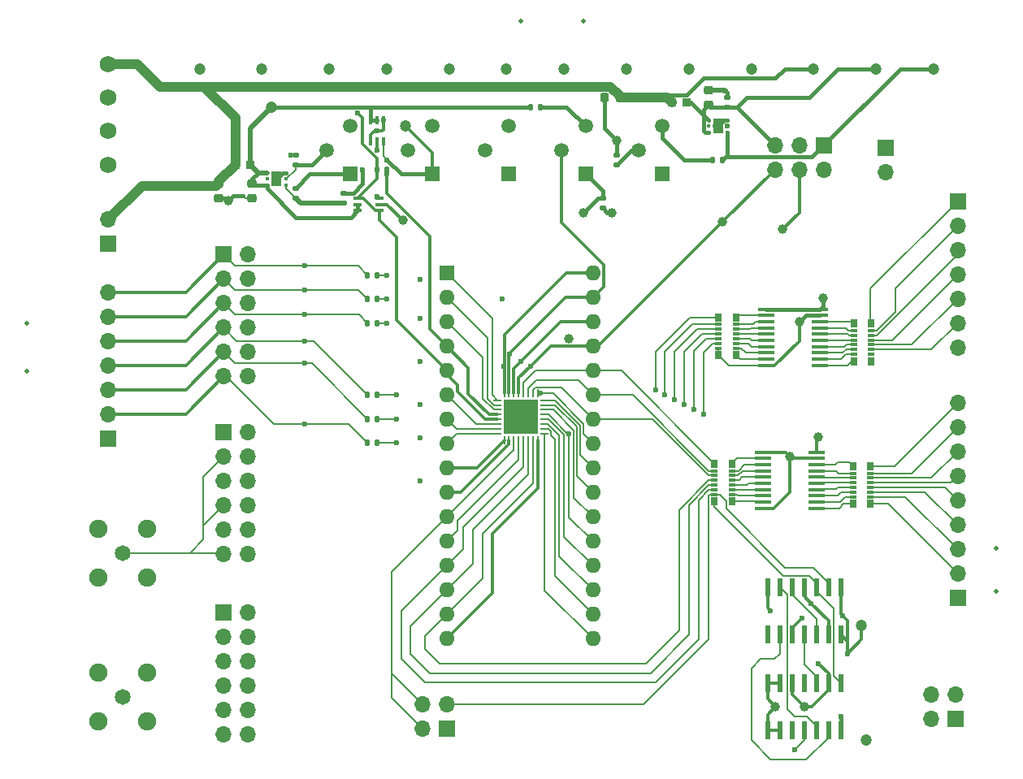
<source format=gbr>
%TF.GenerationSoftware,KiCad,Pcbnew,8.0.6-8.0.6-0~ubuntu24.04.1*%
%TF.CreationDate,2025-02-21T12:27:14-10:00*%
%TF.ProjectId,board_main,626f6172-645f-46d6-9169-6e2e6b696361,rev?*%
%TF.SameCoordinates,Original*%
%TF.FileFunction,Copper,L1,Top*%
%TF.FilePolarity,Positive*%
%FSLAX46Y46*%
G04 Gerber Fmt 4.6, Leading zero omitted, Abs format (unit mm)*
G04 Created by KiCad (PCBNEW 8.0.6-8.0.6-0~ubuntu24.04.1) date 2025-02-21 12:27:14*
%MOMM*%
%LPD*%
G01*
G04 APERTURE LIST*
G04 Aperture macros list*
%AMRoundRect*
0 Rectangle with rounded corners*
0 $1 Rounding radius*
0 $2 $3 $4 $5 $6 $7 $8 $9 X,Y pos of 4 corners*
0 Add a 4 corners polygon primitive as box body*
4,1,4,$2,$3,$4,$5,$6,$7,$8,$9,$2,$3,0*
0 Add four circle primitives for the rounded corners*
1,1,$1+$1,$2,$3*
1,1,$1+$1,$4,$5*
1,1,$1+$1,$6,$7*
1,1,$1+$1,$8,$9*
0 Add four rect primitives between the rounded corners*
20,1,$1+$1,$2,$3,$4,$5,0*
20,1,$1+$1,$4,$5,$6,$7,0*
20,1,$1+$1,$6,$7,$8,$9,0*
20,1,$1+$1,$8,$9,$2,$3,0*%
G04 Aperture macros list end*
%TA.AperFunction,SMDPad,CuDef*%
%ADD10C,0.500000*%
%TD*%
%TA.AperFunction,ComponentPad*%
%ADD11R,1.700000X1.700000*%
%TD*%
%TA.AperFunction,ComponentPad*%
%ADD12O,1.700000X1.700000*%
%TD*%
%TA.AperFunction,SMDPad,CuDef*%
%ADD13RoundRect,0.135000X-0.135000X-0.185000X0.135000X-0.185000X0.135000X0.185000X-0.135000X0.185000X0*%
%TD*%
%TA.AperFunction,SMDPad,CuDef*%
%ADD14R,1.676400X0.355600*%
%TD*%
%TA.AperFunction,SMDPad,CuDef*%
%ADD15RoundRect,0.062500X-0.337500X-0.062500X0.337500X-0.062500X0.337500X0.062500X-0.337500X0.062500X0*%
%TD*%
%TA.AperFunction,SMDPad,CuDef*%
%ADD16RoundRect,0.062500X-0.062500X-0.337500X0.062500X-0.337500X0.062500X0.337500X-0.062500X0.337500X0*%
%TD*%
%TA.AperFunction,HeatsinkPad*%
%ADD17R,3.600000X3.600000*%
%TD*%
%TA.AperFunction,ComponentPad*%
%ADD18C,1.651000*%
%TD*%
%TA.AperFunction,ComponentPad*%
%ADD19C,1.905000*%
%TD*%
%TA.AperFunction,SMDPad,CuDef*%
%ADD20RoundRect,0.135000X0.185000X-0.135000X0.185000X0.135000X-0.185000X0.135000X-0.185000X-0.135000X0*%
%TD*%
%TA.AperFunction,SMDPad,CuDef*%
%ADD21R,0.558800X1.981200*%
%TD*%
%TA.AperFunction,SMDPad,CuDef*%
%ADD22RoundRect,0.140000X-0.140000X-0.170000X0.140000X-0.170000X0.140000X0.170000X-0.140000X0.170000X0*%
%TD*%
%TA.AperFunction,SMDPad,CuDef*%
%ADD23RoundRect,0.135000X-0.185000X0.135000X-0.185000X-0.135000X0.185000X-0.135000X0.185000X0.135000X0*%
%TD*%
%TA.AperFunction,SMDPad,CuDef*%
%ADD24R,0.965200X0.939800*%
%TD*%
%TA.AperFunction,SMDPad,CuDef*%
%ADD25R,0.449999X0.299999*%
%TD*%
%TA.AperFunction,SMDPad,CuDef*%
%ADD26R,1.000000X1.599999*%
%TD*%
%TA.AperFunction,ComponentPad*%
%ADD27R,1.600000X1.600000*%
%TD*%
%TA.AperFunction,ComponentPad*%
%ADD28O,1.600000X1.600000*%
%TD*%
%TA.AperFunction,SMDPad,CuDef*%
%ADD29R,0.876300X0.355600*%
%TD*%
%TA.AperFunction,SMDPad,CuDef*%
%ADD30RoundRect,0.225000X0.250000X-0.225000X0.250000X0.225000X-0.250000X0.225000X-0.250000X-0.225000X0*%
%TD*%
%TA.AperFunction,SMDPad,CuDef*%
%ADD31RoundRect,0.225000X-0.250000X0.225000X-0.250000X-0.225000X0.250000X-0.225000X0.250000X0.225000X0*%
%TD*%
%TA.AperFunction,SMDPad,CuDef*%
%ADD32R,0.355600X0.876300*%
%TD*%
%TA.AperFunction,SMDPad,CuDef*%
%ADD33RoundRect,0.140000X0.170000X-0.140000X0.170000X0.140000X-0.170000X0.140000X-0.170000X-0.140000X0*%
%TD*%
%TA.AperFunction,SMDPad,CuDef*%
%ADD34RoundRect,0.135000X0.135000X0.185000X-0.135000X0.185000X-0.135000X-0.185000X0.135000X-0.185000X0*%
%TD*%
%TA.AperFunction,ComponentPad*%
%ADD35R,1.508000X1.508000*%
%TD*%
%TA.AperFunction,ComponentPad*%
%ADD36C,1.508000*%
%TD*%
%TA.AperFunction,SMDPad,CuDef*%
%ADD37R,0.787400X0.863600*%
%TD*%
%TA.AperFunction,SMDPad,CuDef*%
%ADD38R,0.787400X0.355600*%
%TD*%
%TA.AperFunction,ComponentPad*%
%ADD39C,1.727200*%
%TD*%
%TA.AperFunction,SMDPad,CuDef*%
%ADD40RoundRect,0.225000X0.225000X0.250000X-0.225000X0.250000X-0.225000X-0.250000X0.225000X-0.250000X0*%
%TD*%
%TA.AperFunction,ViaPad*%
%ADD41C,0.600000*%
%TD*%
%TA.AperFunction,ViaPad*%
%ADD42C,1.200000*%
%TD*%
%TA.AperFunction,ViaPad*%
%ADD43C,1.000000*%
%TD*%
%TA.AperFunction,Conductor*%
%ADD44C,0.200000*%
%TD*%
%TA.AperFunction,Conductor*%
%ADD45C,0.300000*%
%TD*%
%TA.AperFunction,Conductor*%
%ADD46C,0.400000*%
%TD*%
%TA.AperFunction,Conductor*%
%ADD47C,0.500000*%
%TD*%
%TA.AperFunction,Conductor*%
%ADD48C,1.000000*%
%TD*%
G04 APERTURE END LIST*
D10*
%TO.P,F6,*%
%TO.N,*%
X171500000Y-120500000D03*
%TD*%
%TO.P,F5,*%
%TO.N,*%
X70500000Y-97500000D03*
%TD*%
%TO.P,F4,*%
%TO.N,*%
X128500000Y-61000000D03*
%TD*%
%TO.P,F3,*%
%TO.N,*%
X171500000Y-116000000D03*
%TD*%
%TO.P,F2,*%
%TO.N,*%
X70500000Y-92500000D03*
%TD*%
%TO.P,F1,*%
%TO.N,*%
X122000000Y-61000000D03*
%TD*%
D11*
%TO.P,J11,1,Pin_1*%
%TO.N,/ADC/IOVDD*%
X160000000Y-74225000D03*
D12*
%TO.P,J11,2,Pin_2*%
%TO.N,/Buffer/VCC*%
X160000000Y-76765000D03*
%TD*%
D13*
%TO.P,R10,1*%
%TO.N,/ADC/IN1*%
X106000000Y-87500000D03*
%TO.P,R10,2*%
%TO.N,Net-(ADC1-IN1)*%
X107020000Y-87500000D03*
%TD*%
D11*
%TO.P,J9,A1,A1*%
%TO.N,/ADC/IN1*%
X91000000Y-85380000D03*
D12*
%TO.P,J9,A2,A2*%
%TO.N,/ADC/IN2*%
X91000000Y-87920000D03*
%TO.P,J9,A3,A3*%
%TO.N,/ADC/IN3*%
X91000000Y-90460000D03*
%TO.P,J9,A4,A4*%
%TO.N,/ADC/IN4*%
X91000000Y-93000000D03*
%TO.P,J9,A5,A5*%
%TO.N,/ADC/IN5*%
X91000000Y-95540000D03*
%TO.P,J9,A6,A6*%
%TO.N,/ADC/IN6*%
X91000000Y-98080000D03*
%TO.P,J9,B1,B1*%
%TO.N,/ADC/AVSS*%
X93540000Y-85380000D03*
%TO.P,J9,B2,B2*%
X93540000Y-87920000D03*
%TO.P,J9,B3,B3*%
X93540000Y-90460000D03*
%TO.P,J9,B4,B4*%
X93540000Y-93000000D03*
%TO.P,J9,B5,B5*%
X93540000Y-95540000D03*
%TO.P,J9,B6,B6*%
X93540000Y-98080000D03*
%TD*%
D14*
%TO.P,U7,1,DIR*%
%TO.N,/Buffer/VCC*%
X147516200Y-91075000D03*
%TO.P,U7,2,A1*%
%TO.N,Net-(U7-A1)*%
X147516200Y-91725001D03*
%TO.P,U7,3,A2*%
%TO.N,Net-(U7-A2)*%
X147516200Y-92374999D03*
%TO.P,U7,4,A3*%
%TO.N,Net-(U7-A3)*%
X147516200Y-93025001D03*
%TO.P,U7,5,A4*%
%TO.N,Net-(U7-A4)*%
X147516200Y-93674999D03*
%TO.P,U7,6,A5*%
%TO.N,Net-(U7-A5)*%
X147516200Y-94324998D03*
%TO.P,U7,7,A6*%
%TO.N,Net-(U7-A6)*%
X147516200Y-94974999D03*
%TO.P,U7,8,A7*%
%TO.N,Net-(U7-A7)*%
X147516200Y-95624998D03*
%TO.P,U7,9,A8*%
%TO.N,Net-(U7-A8)*%
X147516200Y-96274999D03*
%TO.P,U7,10,GND*%
%TO.N,GND*%
X147516200Y-96924998D03*
%TO.P,U7,11,B8*%
%TO.N,Net-(U7-B8)*%
X153155000Y-96925000D03*
%TO.P,U7,12,B7*%
%TO.N,Net-(U7-B7)*%
X153155000Y-96275002D03*
%TO.P,U7,13,B6*%
%TO.N,Net-(U7-B6)*%
X153155000Y-95625001D03*
%TO.P,U7,14,B5*%
%TO.N,Net-(U7-B5)*%
X153155000Y-94975002D03*
%TO.P,U7,15,B4*%
%TO.N,Net-(U7-B4)*%
X153155000Y-94325001D03*
%TO.P,U7,16,B3*%
%TO.N,Net-(U7-B3)*%
X153155000Y-93675002D03*
%TO.P,U7,17,B2*%
%TO.N,Net-(U7-B2)*%
X153155000Y-93025001D03*
%TO.P,U7,18,B1*%
%TO.N,Net-(U7-B1)*%
X153155000Y-92375002D03*
%TO.P,U7,19,\u002AOE*%
%TO.N,GND*%
X153155000Y-91725001D03*
%TO.P,U7,20,VCC*%
%TO.N,/Buffer/VCC*%
X153155000Y-91075002D03*
%TD*%
D15*
%TO.P,ADC1,1,IN1*%
%TO.N,Net-(ADC1-IN1)*%
X119550000Y-100550000D03*
%TO.P,ADC1,2,IN2*%
%TO.N,Net-(ADC1-IN2)*%
X119550000Y-101050000D03*
%TO.P,ADC1,3,IN3*%
%TO.N,Net-(ADC1-IN3)*%
X119550000Y-101550000D03*
%TO.P,ADC1,4,VHI*%
%TO.N,/ADC/VHI*%
X119550000Y-102050000D03*
%TO.P,ADC1,5,VLO*%
%TO.N,/ADC/VLO*%
X119550000Y-102550000D03*
%TO.P,ADC1,6,IN4*%
%TO.N,Net-(ADC1-IN4)*%
X119550000Y-103050000D03*
%TO.P,ADC1,7,IN5*%
%TO.N,Net-(ADC1-IN5)*%
X119550000Y-103550000D03*
%TO.P,ADC1,8,IN6*%
%TO.N,Net-(ADC1-IN6)*%
X119550000Y-104050000D03*
D16*
%TO.P,ADC1,9,PAD*%
%TO.N,Net-(ADC1-PAD)*%
X120250000Y-104750000D03*
%TO.P,ADC1,10,AVSS*%
%TO.N,Net-(ADC1-AVSS)*%
X120750000Y-104750000D03*
%TO.P,ADC1,11,RES*%
%TO.N,/ADC/RES*%
X121250000Y-104750000D03*
%TO.P,ADC1,12,IOVSS*%
%TO.N,Net-(ADC1-IOVSS-Pad12)*%
X121750000Y-104750000D03*
%TO.P,ADC1,13,CK4*%
%TO.N,/ADC/CK4*%
X122250000Y-104750000D03*
%TO.P,ADC1,14,CK5*%
%TO.N,/ADC/CK5*%
X122750000Y-104750000D03*
%TO.P,ADC1,15,CK6*%
%TO.N,/ADC/CK6*%
X123250000Y-104750000D03*
%TO.P,ADC1,16,VSS*%
%TO.N,Net-(ADC1-VSS)*%
X123750000Y-104750000D03*
D15*
%TO.P,ADC1,17,OUT6*%
%TO.N,/ADC/OUT6*%
X124450000Y-104050000D03*
%TO.P,ADC1,18,OUT5*%
%TO.N,/ADC/OUT5*%
X124450000Y-103550000D03*
%TO.P,ADC1,19,OUT4*%
%TO.N,/ADC/OUT4*%
X124450000Y-103050000D03*
%TO.P,ADC1,20,IOVSS*%
%TO.N,Net-(ADC1-IOVSS-Pad20)*%
X124450000Y-102550000D03*
%TO.P,ADC1,21,IOVDD*%
%TO.N,Net-(ADC1-IOVDD-Pad21)*%
X124450000Y-102050000D03*
%TO.P,ADC1,22,OUT3*%
%TO.N,/ADC/OUT3*%
X124450000Y-101550000D03*
%TO.P,ADC1,23,OUT2*%
%TO.N,/ADC/OUT2*%
X124450000Y-101050000D03*
%TO.P,ADC1,24,OUT1*%
%TO.N,/ADC/OUT1*%
X124450000Y-100550000D03*
D16*
%TO.P,ADC1,25,VDD*%
%TO.N,Net-(ADC1-VDD)*%
X123750000Y-99850000D03*
%TO.P,ADC1,26,CK1*%
%TO.N,/ADC/CK1*%
X123250000Y-99850000D03*
%TO.P,ADC1,27,CK2*%
%TO.N,/ADC/CK2*%
X122750000Y-99850000D03*
%TO.P,ADC1,28,CK3*%
%TO.N,/ADC/CK3*%
X122250000Y-99850000D03*
%TO.P,ADC1,29,IOVDD*%
%TO.N,Net-(ADC1-IOVDD-Pad29)*%
X121750000Y-99850000D03*
%TO.P,ADC1,30,VLDO*%
%TO.N,/ADC/VLDO*%
X121250000Y-99850000D03*
%TO.P,ADC1,31,VREF*%
%TO.N,/ADC/VREF*%
X120750000Y-99850000D03*
%TO.P,ADC1,32,AVDD*%
%TO.N,/ADC/AVDD*%
X120250000Y-99850000D03*
D17*
%TO.P,ADC1,33,PADDLE*%
%TO.N,GND*%
X122000000Y-102300000D03*
%TD*%
D18*
%TO.P,J7,1,Signal*%
%TO.N,Net-(J7-Signal)*%
X80500000Y-116500000D03*
D19*
%TO.P,J7,2,AVSS1*%
%TO.N,/ADC/AVSS*%
X83040000Y-113960000D03*
%TO.P,J7,3,AVSS2*%
X77960000Y-113960000D03*
%TO.P,J7,4,AVSS3*%
X77960000Y-119040000D03*
%TO.P,J7,5,AVSS4*%
X83040000Y-119040000D03*
%TD*%
D14*
%TO.P,U8,1,DIR*%
%TO.N,GND*%
X147180600Y-105967800D03*
%TO.P,U8,2,A1*%
%TO.N,Net-(U8-A1)*%
X147180600Y-106617801D03*
%TO.P,U8,3,A2*%
%TO.N,Net-(U8-A2)*%
X147180600Y-107267799D03*
%TO.P,U8,4,A3*%
%TO.N,Net-(U8-A3)*%
X147180600Y-107917801D03*
%TO.P,U8,5,A4*%
%TO.N,Net-(U8-A4)*%
X147180600Y-108567799D03*
%TO.P,U8,6,A5*%
%TO.N,Net-(U8-A5)*%
X147180600Y-109217798D03*
%TO.P,U8,7,A6*%
%TO.N,Net-(U8-A6)*%
X147180600Y-109867799D03*
%TO.P,U8,8,A7*%
%TO.N,Net-(U8-A7)*%
X147180600Y-110517798D03*
%TO.P,U8,9,A8*%
%TO.N,Net-(U8-A8)*%
X147180600Y-111167799D03*
%TO.P,U8,10,GND*%
%TO.N,GND*%
X147180600Y-111817798D03*
%TO.P,U8,11,B8*%
%TO.N,Net-(U8-B8)*%
X152819400Y-111817800D03*
%TO.P,U8,12,B7*%
%TO.N,Net-(U8-B7)*%
X152819400Y-111167802D03*
%TO.P,U8,13,B6*%
%TO.N,Net-(U8-B6)*%
X152819400Y-110517801D03*
%TO.P,U8,14,B5*%
%TO.N,Net-(U8-B5)*%
X152819400Y-109867802D03*
%TO.P,U8,15,B4*%
%TO.N,Net-(U8-B4)*%
X152819400Y-109217801D03*
%TO.P,U8,16,B3*%
%TO.N,Net-(U8-B3)*%
X152819400Y-108567802D03*
%TO.P,U8,17,B2*%
%TO.N,Net-(U8-B2)*%
X152819400Y-107917801D03*
%TO.P,U8,18,B1*%
%TO.N,Net-(U8-B1)*%
X152819400Y-107267802D03*
%TO.P,U8,19,\u002AOE*%
%TO.N,GND*%
X152819400Y-106617801D03*
%TO.P,U8,20,VCC*%
%TO.N,/Buffer/VCC*%
X152819400Y-105967802D03*
%TD*%
D18*
%TO.P,J6,1,Signal*%
%TO.N,Net-(J6-Signal)*%
X80500000Y-131500000D03*
D19*
%TO.P,J6,2,AVSS1*%
%TO.N,/ADC/AVSS*%
X83040000Y-128960000D03*
%TO.P,J6,3,AVSS2*%
X77960000Y-128960000D03*
%TO.P,J6,4,AVSS3*%
X77960000Y-134040000D03*
%TO.P,J6,5,AVSS4*%
X83040000Y-134040000D03*
%TD*%
D20*
%TO.P,R1,1*%
%TO.N,/ADC/AVDD*%
X98500000Y-79510000D03*
%TO.P,R1,2*%
%TO.N,Net-(R1-Pad2)*%
X98500000Y-78490000D03*
%TD*%
D21*
%TO.P,U5,1,\u002A1CLR*%
%TO.N,Net-(U5-\u002A1CLR)*%
X155310000Y-120072400D03*
%TO.P,U5,2,1D*%
%TO.N,/Buffer/RESX*%
X154040000Y-120072400D03*
%TO.P,U5,3,1CLK*%
%TO.N,/Buffer/CLKX*%
X152770000Y-120072400D03*
%TO.P,U5,4,\u002A1PRE*%
%TO.N,Net-(U5-\u002A1CLR)*%
X151500000Y-120072400D03*
%TO.P,U5,5,1Q*%
%TO.N,Net-(U5-1Q)*%
X150230000Y-120072400D03*
%TO.P,U5,6,\u002A1Q*%
%TO.N,Net-(U5-\u002A1Q)*%
X148960000Y-120072400D03*
%TO.P,U5,7,GND*%
%TO.N,GND*%
X147690000Y-120072400D03*
%TO.P,U5,8,\u002A2Q*%
%TO.N,unconnected-(U5-\u002A2Q-Pad8)*%
X147690000Y-125000000D03*
%TO.P,U5,9,2Q*%
%TO.N,Net-(U5-2Q)*%
X148960000Y-125000000D03*
%TO.P,U5,10,\u002A2PRE*%
%TO.N,Net-(U5-\u002A1CLR)*%
X150230000Y-125000000D03*
%TO.P,U5,11,2CLK*%
%TO.N,Net-(U5-2CLK)*%
X151500000Y-125000000D03*
%TO.P,U5,12,2D*%
%TO.N,Net-(U5-1Q)*%
X152770000Y-125000000D03*
%TO.P,U5,13,\u002A2CLR*%
%TO.N,Net-(U5-\u002A1CLR)*%
X154040000Y-125000000D03*
%TO.P,U5,14,VCC*%
X155310000Y-125000000D03*
%TD*%
%TO.P,U6,1,A*%
%TO.N,/Buffer/CLKX*%
X155310000Y-130036200D03*
%TO.P,U6,2,B*%
%TO.N,GND*%
X154040000Y-130036200D03*
%TO.P,U6,3,J*%
%TO.N,Net-(U5-2CLK)*%
X152770000Y-130036200D03*
%TO.P,U6,4,K*%
%TO.N,unconnected-(U6-K-Pad4)*%
X151500000Y-130036200D03*
%TO.P,U6,5,C*%
%TO.N,GND*%
X150230000Y-130036200D03*
%TO.P,U6,6,D*%
X148960000Y-130036200D03*
%TO.P,U6,7,VSS*%
X147690000Y-130036200D03*
%TO.P,U6,8,E*%
X147690000Y-134963800D03*
%TO.P,U6,9,F*%
X148960000Y-134963800D03*
%TO.P,U6,10,L*%
%TO.N,unconnected-(U6-L-Pad10)*%
X150230000Y-134963800D03*
%TO.P,U6,11,M*%
%TO.N,Net-(U6-M)*%
X151500000Y-134963800D03*
%TO.P,U6,12,G*%
%TO.N,Net-(U5-\u002A1Q)*%
X152770000Y-134963800D03*
%TO.P,U6,13,H*%
%TO.N,Net-(U5-2Q)*%
X154040000Y-134963800D03*
%TO.P,U6,14,VDD*%
%TO.N,Net-(U6-VDD)*%
X155310000Y-134963800D03*
%TD*%
D22*
%TO.P,C6,1*%
%TO.N,/ADC/VLO*%
X107020000Y-76500000D03*
%TO.P,C6,2*%
%TO.N,/ADC/VHI*%
X107980000Y-76500000D03*
%TD*%
D12*
%TO.P,J13,1,1*%
%TO.N,/Buffer/RESX*%
X114275000Y-132235000D03*
%TO.P,J13,2,2*%
%TO.N,/ADC/RES*%
X111735000Y-134775000D03*
D11*
%TO.P,J13,3,3*%
%TO.N,Net-(U6-M)*%
X114275000Y-134775000D03*
D12*
%TO.P,J13,4,4*%
%TO.N,/ADC/RES*%
X111735000Y-132235000D03*
%TD*%
D13*
%TO.P,R13,1*%
%TO.N,/ADC/IN4*%
X106000000Y-100000000D03*
%TO.P,R13,2*%
%TO.N,Net-(ADC1-IN4)*%
X107020000Y-100000000D03*
%TD*%
D23*
%TO.P,R3,1*%
%TO.N,/ADC/AVSS*%
X98500000Y-74990000D03*
%TO.P,R3,2*%
%TO.N,Net-(U1-FB)*%
X98500000Y-76010000D03*
%TD*%
D20*
%TO.P,R9,1*%
%TO.N,Net-(U4-FB)*%
X132000000Y-76000000D03*
%TO.P,R9,2*%
%TO.N,GND*%
X132000000Y-74980000D03*
%TD*%
D24*
%TO.P,L2,1,1*%
%TO.N,/ADC/IOVDD*%
X139249300Y-69500000D03*
%TO.P,L2,2,2*%
%TO.N,/AnalogSupply/VSUP*%
X137750700Y-69500000D03*
%TD*%
D25*
%TO.P,U1,1,OUT*%
%TO.N,/ADC/AVDD*%
X97474999Y-78150001D03*
%TO.P,U1,2,FB*%
%TO.N,Net-(U1-FB)*%
X97474999Y-77500000D03*
%TO.P,U1,3,GND*%
%TO.N,GND*%
X97474999Y-76850001D03*
%TO.P,U1,4,EN*%
%TO.N,/AnalogSupply/VA*%
X95525001Y-76850001D03*
%TO.P,U1,5,PG*%
%TO.N,unconnected-(U1-PG-Pad5)*%
X95525001Y-77500000D03*
%TO.P,U1,6,IN*%
%TO.N,/AnalogSupply/VA*%
X95525001Y-78150001D03*
D26*
%TO.P,U1,7,PAD*%
%TO.N,GND*%
X96500000Y-77500000D03*
%TD*%
D27*
%TO.P,ADC2,1,IN1*%
%TO.N,Net-(ADC1-IN1)*%
X114260000Y-87300000D03*
D28*
%TO.P,ADC2,2,IN2*%
%TO.N,Net-(ADC1-IN2)*%
X114260000Y-89840000D03*
%TO.P,ADC2,3,IN3*%
%TO.N,Net-(ADC1-IN3)*%
X114260000Y-92380000D03*
%TO.P,ADC2,4,VHI*%
%TO.N,/ADC/VHI*%
X114260000Y-94920000D03*
%TO.P,ADC2,5,VLO*%
%TO.N,/ADC/VLO*%
X114260000Y-97460000D03*
%TO.P,ADC2,6,IN4*%
%TO.N,Net-(ADC1-IN4)*%
X114260000Y-100000000D03*
%TO.P,ADC2,7,IN5*%
%TO.N,Net-(ADC1-IN5)*%
X114260000Y-102540000D03*
%TO.P,ADC2,8,IN6*%
%TO.N,Net-(ADC1-IN6)*%
X114260000Y-105080000D03*
%TO.P,ADC2,9,PAD*%
%TO.N,Net-(ADC1-PAD)*%
X114260000Y-107620000D03*
%TO.P,ADC2,10,AVSS*%
%TO.N,Net-(ADC1-AVSS)*%
X114260000Y-110160000D03*
%TO.P,ADC2,11,RES*%
%TO.N,/ADC/RES*%
X114260000Y-112700000D03*
%TO.P,ADC2,12,IOVSS*%
%TO.N,Net-(ADC1-IOVSS-Pad12)*%
X114260000Y-115240000D03*
%TO.P,ADC2,13,CK4*%
%TO.N,/ADC/CK4*%
X114260000Y-117780000D03*
%TO.P,ADC2,14,CK5*%
%TO.N,/ADC/CK5*%
X114260000Y-120320000D03*
%TO.P,ADC2,15,CK6*%
%TO.N,/ADC/CK6*%
X114260000Y-122860000D03*
%TO.P,ADC2,16,VSS*%
%TO.N,Net-(ADC1-VSS)*%
X114260000Y-125400000D03*
%TO.P,ADC2,17,OUT6*%
%TO.N,/ADC/OUT6*%
X129500000Y-125400000D03*
%TO.P,ADC2,18,OUT5*%
%TO.N,/ADC/OUT5*%
X129500000Y-122860000D03*
%TO.P,ADC2,19,OUT4*%
%TO.N,/ADC/OUT4*%
X129500000Y-120320000D03*
%TO.P,ADC2,20,IOVSS*%
%TO.N,Net-(ADC1-IOVSS-Pad20)*%
X129500000Y-117780000D03*
%TO.P,ADC2,21,IOVDD*%
%TO.N,Net-(ADC1-IOVDD-Pad21)*%
X129500000Y-115240000D03*
%TO.P,ADC2,22,OUT3*%
%TO.N,/ADC/OUT3*%
X129500000Y-112700000D03*
%TO.P,ADC2,23,OUT2*%
%TO.N,/ADC/OUT2*%
X129500000Y-110160000D03*
%TO.P,ADC2,24,OUT1*%
%TO.N,/ADC/OUT1*%
X129500000Y-107620000D03*
%TO.P,ADC2,25,VDD*%
%TO.N,Net-(ADC1-VDD)*%
X129500000Y-105080000D03*
%TO.P,ADC2,26,CK1*%
%TO.N,/ADC/CK1*%
X129500000Y-102540000D03*
%TO.P,ADC2,27,CK2*%
%TO.N,/ADC/CK2*%
X129500000Y-100000000D03*
%TO.P,ADC2,28,CK3*%
%TO.N,/ADC/CK3*%
X129500000Y-97460000D03*
%TO.P,ADC2,29,IOVDD*%
%TO.N,Net-(ADC1-IOVDD-Pad29)*%
X129500000Y-94920000D03*
%TO.P,ADC2,30,VLDO*%
%TO.N,/ADC/VLDO*%
X129500000Y-92380000D03*
%TO.P,ADC2,31,VREF*%
%TO.N,/ADC/VREF*%
X129500000Y-89840000D03*
%TO.P,ADC2,32,AVDD*%
%TO.N,/ADC/AVDD*%
X129500000Y-87300000D03*
%TD*%
D11*
%TO.P,J10,A1,A1*%
%TO.N,/ADC/AVSS*%
X91000000Y-122650000D03*
D12*
%TO.P,J10,A2,A2*%
X91000000Y-125190000D03*
%TO.P,J10,A3,A3*%
%TO.N,GND*%
X91000000Y-127730000D03*
%TO.P,J10,A4,A4*%
X91000000Y-130270000D03*
%TO.P,J10,A5,A5*%
X91000000Y-132810000D03*
%TO.P,J10,A6,A6*%
X91000000Y-135350000D03*
%TO.P,J10,B1,B1*%
%TO.N,Net-(ADC1-PAD)*%
X93540000Y-122650000D03*
%TO.P,J10,B2,B2*%
%TO.N,Net-(ADC1-AVSS)*%
X93540000Y-125190000D03*
%TO.P,J10,B3,B3*%
%TO.N,Net-(ADC1-IOVSS-Pad12)*%
X93540000Y-127730000D03*
%TO.P,J10,B4,B4*%
%TO.N,Net-(ADC1-VSS)*%
X93540000Y-130270000D03*
%TO.P,J10,B5,B5*%
%TO.N,Net-(ADC1-IOVSS-Pad20)*%
X93540000Y-132810000D03*
%TO.P,J10,B6,B6*%
%TO.N,/ADC/AVSS*%
X93540000Y-135350000D03*
%TD*%
D29*
%TO.P,U3,1,VOUT*%
%TO.N,/ADC/VLO*%
X107222500Y-80799998D03*
%TO.P,U3,2,-VS*%
%TO.N,GND*%
X107222500Y-80149999D03*
%TO.P,U3,3,+IN*%
%TO.N,Net-(U3-+IN)*%
X107222500Y-79500000D03*
%TO.P,U3,4,-IN*%
%TO.N,/ADC/VLO*%
X105000000Y-79500000D03*
%TO.P,U3,5,\u002ADISABLE*%
%TO.N,/AnalogSupply/VA*%
X105000000Y-80149999D03*
%TO.P,U3,6,+VS*%
X105000000Y-80799998D03*
%TD*%
D30*
%TO.P,C9,1*%
%TO.N,/ADC/IOVDD*%
X141500000Y-69775000D03*
%TO.P,C9,2*%
%TO.N,GND*%
X141500000Y-68225000D03*
%TD*%
D31*
%TO.P,C2,1*%
%TO.N,/AnalogSupply/VA*%
X94000000Y-77950000D03*
%TO.P,C2,2*%
%TO.N,GND*%
X94000000Y-79500000D03*
%TD*%
D23*
%TO.P,R18,1*%
%TO.N,Net-(R17-Pad1)*%
X130500000Y-79490000D03*
%TO.P,R18,2*%
%TO.N,/ADC/AVSS*%
X130500000Y-80510000D03*
%TD*%
D13*
%TO.P,R14,1*%
%TO.N,/ADC/IN5*%
X105990000Y-102500000D03*
%TO.P,R14,2*%
%TO.N,Net-(ADC1-IN5)*%
X107010000Y-102500000D03*
%TD*%
D32*
%TO.P,U2,1,VOUT*%
%TO.N,/ADC/VHI*%
X106350001Y-73611250D03*
%TO.P,U2,2,-VS*%
%TO.N,GND*%
X107000000Y-73611250D03*
%TO.P,U2,3,+IN*%
%TO.N,Net-(U2-+IN)*%
X107649999Y-73611250D03*
%TO.P,U2,4,-IN*%
%TO.N,/ADC/VHI*%
X107649999Y-71388750D03*
%TO.P,U2,5,\u002ADISABLE*%
%TO.N,/AnalogSupply/VA*%
X107000000Y-71388750D03*
%TO.P,U2,6,+VS*%
X106350001Y-71388750D03*
%TD*%
D11*
%TO.P,J4,1,1*%
%TO.N,/Buffer/DO1*%
X167500000Y-79840000D03*
D12*
%TO.P,J4,2,2*%
%TO.N,/Buffer/DO2*%
X167500000Y-82380000D03*
%TO.P,J4,3,3*%
%TO.N,/Buffer/DO3*%
X167500000Y-84920000D03*
%TO.P,J4,4,4*%
%TO.N,/Buffer/DO4*%
X167500000Y-87460000D03*
%TO.P,J4,5,5*%
%TO.N,/Buffer/DO5*%
X167500000Y-90000000D03*
%TO.P,J4,6,6*%
%TO.N,/Buffer/DO6*%
X167500000Y-92540000D03*
%TO.P,J4,7,7*%
%TO.N,GND*%
X167500000Y-95080000D03*
%TD*%
D33*
%TO.P,C10,1*%
%TO.N,/ADC/IOVDD*%
X143500000Y-69980000D03*
%TO.P,C10,2*%
%TO.N,GND*%
X143500000Y-69020000D03*
%TD*%
D12*
%TO.P,J5,1,1*%
%TO.N,/ADC/IOVDD*%
X148460000Y-73960000D03*
%TO.P,J5,2,2*%
X151000000Y-73960000D03*
D11*
%TO.P,J5,3,3*%
%TO.N,/ADC/VDD*%
X153540000Y-73960000D03*
D12*
%TO.P,J5,4,4*%
%TO.N,Net-(ADC1-IOVDD-Pad29)*%
X148460000Y-76500000D03*
%TO.P,J5,5,5*%
%TO.N,Net-(ADC1-IOVDD-Pad21)*%
X151000000Y-76500000D03*
%TO.P,J5,6,6*%
%TO.N,Net-(ADC1-VDD)*%
X153540000Y-76500000D03*
%TD*%
D34*
%TO.P,R7,1*%
%TO.N,/ADC/VDD*%
X143010000Y-75500000D03*
%TO.P,R7,2*%
%TO.N,Net-(R7-Pad2)*%
X141990000Y-75500000D03*
%TD*%
D20*
%TO.P,R4,1*%
%TO.N,/ADC/AVDD*%
X103500000Y-80010000D03*
%TO.P,R4,2*%
%TO.N,Net-(U2-+IN)*%
X103500000Y-78990000D03*
%TD*%
D13*
%TO.P,R11,1*%
%TO.N,/ADC/IN2*%
X106000000Y-90000000D03*
%TO.P,R11,2*%
%TO.N,Net-(ADC1-IN2)*%
X107020000Y-90000000D03*
%TD*%
D35*
%TO.P,R5,1*%
%TO.N,Net-(U2-+IN)*%
X112730000Y-77000000D03*
D36*
%TO.P,R5,2*%
%TO.N,Net-(U3-+IN)*%
X110230000Y-74500000D03*
%TO.P,R5,3*%
%TO.N,unconnected-(R5-Pad3)*%
X112730000Y-72000000D03*
%TD*%
D35*
%TO.P,R2,1*%
%TO.N,Net-(R1-Pad2)*%
X104230000Y-77000000D03*
D36*
%TO.P,R2,2*%
%TO.N,Net-(U1-FB)*%
X101730000Y-74500000D03*
%TO.P,R2,3*%
%TO.N,unconnected-(R2-Pad3)*%
X104230000Y-72000000D03*
%TD*%
D13*
%TO.P,R16,1*%
%TO.N,/AnalogSupply/VA*%
X122990000Y-70000000D03*
%TO.P,R16,2*%
%TO.N,Net-(R16-Pad2)*%
X124010000Y-70000000D03*
%TD*%
D35*
%TO.P,R6,1*%
%TO.N,Net-(U3-+IN)*%
X120730000Y-77000000D03*
D36*
%TO.P,R6,2*%
%TO.N,/ADC/AVSS*%
X118230000Y-74500000D03*
%TO.P,R6,3*%
%TO.N,unconnected-(R6-Pad3)*%
X120730000Y-72000000D03*
%TD*%
D25*
%TO.P,U4,1,OUT*%
%TO.N,/ADC/VDD*%
X143500000Y-72650001D03*
%TO.P,U4,2,FB*%
%TO.N,Net-(U4-FB)*%
X143500000Y-72000000D03*
%TO.P,U4,3,GND*%
%TO.N,GND*%
X143500000Y-71350001D03*
%TO.P,U4,4,EN*%
%TO.N,/ADC/IOVDD*%
X141550002Y-71350001D03*
%TO.P,U4,5,PG*%
%TO.N,unconnected-(U4-PG-Pad5)*%
X141550002Y-72000000D03*
%TO.P,U4,6,IN*%
%TO.N,/ADC/IOVDD*%
X141550002Y-72650001D03*
D26*
%TO.P,U4,7,PAD*%
%TO.N,GND*%
X142525001Y-72000000D03*
%TD*%
D13*
%TO.P,R15,1*%
%TO.N,/ADC/IN6*%
X105980000Y-105000000D03*
%TO.P,R15,2*%
%TO.N,Net-(ADC1-IN6)*%
X107000000Y-105000000D03*
%TD*%
D11*
%TO.P,J1,1,1*%
%TO.N,GND*%
X79000000Y-84275000D03*
D12*
%TO.P,J1,2,2*%
%TO.N,/AnalogSupply/VSUP*%
X79000000Y-81735000D03*
%TD*%
D37*
%TO.P,R22,1*%
%TO.N,Net-(U8-B1)*%
X156585600Y-107411600D03*
D38*
%TO.P,R22,2*%
%TO.N,Net-(U8-B2)*%
X156585600Y-108159122D03*
%TO.P,R22,3*%
%TO.N,Net-(U8-B3)*%
X156585600Y-108652644D03*
%TO.P,R22,4*%
%TO.N,Net-(U8-B4)*%
X156585600Y-109146166D03*
%TO.P,R22,5*%
%TO.N,Net-(U8-B5)*%
X156585600Y-109639688D03*
%TO.P,R22,6*%
%TO.N,Net-(U8-B6)*%
X156585600Y-110133210D03*
%TO.P,R22,7*%
%TO.N,Net-(U8-B7)*%
X156585600Y-110626732D03*
D37*
%TO.P,R22,8*%
%TO.N,Net-(U8-B8)*%
X156585600Y-111374000D03*
%TO.P,R22,9*%
%TO.N,/Buffer/CLK_IND*%
X158414400Y-111374000D03*
D38*
%TO.P,R22,10*%
%TO.N,/Buffer/RES_IND*%
X158414400Y-110626732D03*
%TO.P,R22,11*%
%TO.N,/Buffer/CLK_IN4*%
X158414400Y-110133210D03*
%TO.P,R22,12*%
%TO.N,/Buffer/CLK_IN5*%
X158414400Y-109639688D03*
%TO.P,R22,13*%
%TO.N,/Buffer/CLK_IN6*%
X158414400Y-109146166D03*
%TO.P,R22,14*%
%TO.N,/Buffer/CLK_IN1*%
X158414400Y-108652644D03*
%TO.P,R22,15*%
%TO.N,/Buffer/CLK_IN2*%
X158414400Y-108159122D03*
D37*
%TO.P,R22,16*%
%TO.N,/Buffer/CLK_IN3*%
X158414400Y-107411600D03*
%TD*%
D31*
%TO.P,C1,1*%
%TO.N,/AnalogSupply/VSUP*%
X90500000Y-77950000D03*
%TO.P,C1,2*%
%TO.N,GND*%
X90500000Y-79500000D03*
%TD*%
D11*
%TO.P,J2,1,1*%
%TO.N,/ADC/AVSS*%
X79000000Y-104540000D03*
D12*
%TO.P,J2,2,2*%
%TO.N,/ADC/IN6*%
X79000000Y-102000000D03*
%TO.P,J2,3,3*%
%TO.N,/ADC/IN5*%
X79000000Y-99460000D03*
%TO.P,J2,4,4*%
%TO.N,/ADC/IN4*%
X79000000Y-96920000D03*
%TO.P,J2,5,5*%
%TO.N,/ADC/IN3*%
X79000000Y-94380000D03*
%TO.P,J2,6,6*%
%TO.N,/ADC/IN2*%
X79000000Y-91840000D03*
%TO.P,J2,7,7*%
%TO.N,/ADC/IN1*%
X79000000Y-89300000D03*
%TD*%
%TO.P,J12,1,1*%
%TO.N,/ADC/IOVDD*%
X167275000Y-131235000D03*
%TO.P,J12,2,2*%
%TO.N,Net-(U5-\u002A1CLR)*%
X164735000Y-131235000D03*
D11*
%TO.P,J12,3,3*%
%TO.N,/ADC/IOVDD*%
X167275000Y-133775000D03*
D12*
%TO.P,J12,4,4*%
%TO.N,Net-(U6-VDD)*%
X164735000Y-133775000D03*
%TD*%
D37*
%TO.P,R21,1*%
%TO.N,Net-(U7-B1)*%
X156671200Y-92537600D03*
D38*
%TO.P,R21,2*%
%TO.N,Net-(U7-B2)*%
X156671200Y-93285122D03*
%TO.P,R21,3*%
%TO.N,Net-(U7-B3)*%
X156671200Y-93778644D03*
%TO.P,R21,4*%
%TO.N,Net-(U7-B4)*%
X156671200Y-94272166D03*
%TO.P,R21,5*%
%TO.N,Net-(U7-B5)*%
X156671200Y-94765688D03*
%TO.P,R21,6*%
%TO.N,Net-(U7-B6)*%
X156671200Y-95259210D03*
%TO.P,R21,7*%
%TO.N,Net-(U7-B7)*%
X156671200Y-95752732D03*
D37*
%TO.P,R21,8*%
%TO.N,Net-(U7-B8)*%
X156671200Y-96500000D03*
%TO.P,R21,9*%
%TO.N,unconnected-(R21-Pad9)*%
X158500000Y-96500000D03*
D38*
%TO.P,R21,10*%
%TO.N,unconnected-(R21-Pad10)*%
X158500000Y-95752732D03*
%TO.P,R21,11*%
%TO.N,/Buffer/DO6*%
X158500000Y-95259210D03*
%TO.P,R21,12*%
%TO.N,/Buffer/DO5*%
X158500000Y-94765688D03*
%TO.P,R21,13*%
%TO.N,/Buffer/DO4*%
X158500000Y-94272166D03*
%TO.P,R21,14*%
%TO.N,/Buffer/DO3*%
X158500000Y-93778644D03*
%TO.P,R21,15*%
%TO.N,/Buffer/DO2*%
X158500000Y-93285122D03*
D37*
%TO.P,R21,16*%
%TO.N,/Buffer/DO1*%
X158500000Y-92537600D03*
%TD*%
D24*
%TO.P,L1,1,1*%
%TO.N,/AnalogSupply/VA*%
X93749300Y-76000000D03*
%TO.P,L1,2,2*%
%TO.N,/AnalogSupply/VSUP*%
X92250700Y-76000000D03*
%TD*%
D39*
%TO.P,J14,1,1*%
%TO.N,/AnalogSupply/VSUP*%
X79000000Y-65499999D03*
%TO.P,J14,2,2*%
%TO.N,GND*%
X79000000Y-69000000D03*
%TO.P,J14,3,3*%
X79000000Y-72500000D03*
%TO.P,J14,4,4*%
%TO.N,/ADC/AVSS*%
X79000000Y-76000001D03*
%TD*%
D35*
%TO.P,R17,1,1*%
%TO.N,Net-(R17-Pad1)*%
X128730000Y-77000000D03*
D36*
%TO.P,R17,2,2*%
%TO.N,/ADC/VREF*%
X126230000Y-74500000D03*
%TO.P,R17,3,3*%
%TO.N,Net-(R16-Pad2)*%
X128730000Y-72000000D03*
%TD*%
D40*
%TO.P,C8,1*%
%TO.N,/AnalogSupply/VSUP*%
X132275000Y-69000000D03*
%TO.P,C8,2*%
%TO.N,GND*%
X130725000Y-69000000D03*
%TD*%
D11*
%TO.P,J8,A1,A1*%
%TO.N,Net-(J6-Signal)*%
X90960000Y-103920000D03*
D12*
%TO.P,J8,A2,A2*%
%TO.N,Net-(J7-Signal)*%
X90960000Y-106460000D03*
%TO.P,J8,A3,A3*%
%TO.N,Net-(J6-Signal)*%
X90960000Y-109000000D03*
%TO.P,J8,A4,A4*%
%TO.N,Net-(J7-Signal)*%
X90960000Y-111540000D03*
%TO.P,J8,A5,A5*%
%TO.N,Net-(J6-Signal)*%
X90960000Y-114080000D03*
%TO.P,J8,A6,A6*%
%TO.N,Net-(J7-Signal)*%
X90960000Y-116620000D03*
%TO.P,J8,B1,B1*%
%TO.N,/ADC/IN1*%
X93500000Y-103920000D03*
%TO.P,J8,B2,B2*%
%TO.N,/ADC/IN2*%
X93500000Y-106460000D03*
%TO.P,J8,B3,B3*%
%TO.N,/ADC/IN3*%
X93500000Y-109000000D03*
%TO.P,J8,B4,B4*%
%TO.N,/ADC/IN4*%
X93500000Y-111540000D03*
%TO.P,J8,B5,B5*%
%TO.N,/ADC/IN5*%
X93500000Y-114080000D03*
%TO.P,J8,B6,B6*%
%TO.N,/ADC/IN6*%
X93500000Y-116620000D03*
%TD*%
D37*
%TO.P,R19,1*%
%TO.N,/ADC/OUT1*%
X142585600Y-91911600D03*
D38*
%TO.P,R19,2*%
%TO.N,/ADC/OUT2*%
X142585600Y-92659122D03*
%TO.P,R19,3*%
%TO.N,/ADC/OUT3*%
X142585600Y-93152644D03*
%TO.P,R19,4*%
%TO.N,/ADC/OUT4*%
X142585600Y-93646166D03*
%TO.P,R19,5*%
%TO.N,/ADC/OUT5*%
X142585600Y-94139688D03*
%TO.P,R19,6*%
%TO.N,/ADC/OUT6*%
X142585600Y-94633210D03*
%TO.P,R19,7*%
%TO.N,GND*%
X142585600Y-95126732D03*
D37*
%TO.P,R19,8*%
X142585600Y-95874000D03*
%TO.P,R19,9*%
%TO.N,Net-(U7-A8)*%
X144414400Y-95874000D03*
D38*
%TO.P,R19,10*%
%TO.N,Net-(U7-A7)*%
X144414400Y-95126732D03*
%TO.P,R19,11*%
%TO.N,Net-(U7-A6)*%
X144414400Y-94633210D03*
%TO.P,R19,12*%
%TO.N,Net-(U7-A5)*%
X144414400Y-94139688D03*
%TO.P,R19,13*%
%TO.N,Net-(U7-A4)*%
X144414400Y-93646166D03*
%TO.P,R19,14*%
%TO.N,Net-(U7-A3)*%
X144414400Y-93152644D03*
%TO.P,R19,15*%
%TO.N,Net-(U7-A2)*%
X144414400Y-92659122D03*
D37*
%TO.P,R19,16*%
%TO.N,Net-(U7-A1)*%
X144414400Y-91911600D03*
%TD*%
D35*
%TO.P,R8,1*%
%TO.N,unconnected-(R8-Pad1)*%
X136730000Y-77000000D03*
D36*
%TO.P,R8,2*%
%TO.N,Net-(U4-FB)*%
X134230000Y-74500000D03*
%TO.P,R8,3*%
%TO.N,Net-(R7-Pad2)*%
X136730000Y-72000000D03*
%TD*%
D37*
%TO.P,R20,1*%
%TO.N,/ADC/CK3*%
X142171200Y-107158234D03*
D38*
%TO.P,R20,2*%
%TO.N,/ADC/CK2*%
X142171200Y-107905756D03*
%TO.P,R20,3*%
%TO.N,/ADC/CK1*%
X142171200Y-108399278D03*
%TO.P,R20,4*%
%TO.N,/ADC/CK6*%
X142171200Y-108892800D03*
%TO.P,R20,5*%
%TO.N,/ADC/CK5*%
X142171200Y-109386322D03*
%TO.P,R20,6*%
%TO.N,/ADC/CK4*%
X142171200Y-109879844D03*
%TO.P,R20,7*%
%TO.N,/Buffer/RESX*%
X142171200Y-110373366D03*
D37*
%TO.P,R20,8*%
%TO.N,/Buffer/CLKX*%
X142171200Y-111120634D03*
%TO.P,R20,9*%
%TO.N,Net-(U8-A8)*%
X144000000Y-111120634D03*
D38*
%TO.P,R20,10*%
%TO.N,Net-(U8-A7)*%
X144000000Y-110373366D03*
%TO.P,R20,11*%
%TO.N,Net-(U8-A6)*%
X144000000Y-109879844D03*
%TO.P,R20,12*%
%TO.N,Net-(U8-A5)*%
X144000000Y-109386322D03*
%TO.P,R20,13*%
%TO.N,Net-(U8-A4)*%
X144000000Y-108892800D03*
%TO.P,R20,14*%
%TO.N,Net-(U8-A3)*%
X144000000Y-108399278D03*
%TO.P,R20,15*%
%TO.N,Net-(U8-A2)*%
X144000000Y-107905756D03*
D37*
%TO.P,R20,16*%
%TO.N,Net-(U8-A1)*%
X144000000Y-107158234D03*
%TD*%
D13*
%TO.P,R12,1*%
%TO.N,/ADC/IN3*%
X106000000Y-92500000D03*
%TO.P,R12,2*%
%TO.N,Net-(ADC1-IN3)*%
X107020000Y-92500000D03*
%TD*%
D11*
%TO.P,J3,1,1*%
%TO.N,GND*%
X167500000Y-121160000D03*
D12*
%TO.P,J3,2,2*%
%TO.N,/Buffer/CLK_IND*%
X167500000Y-118620000D03*
%TO.P,J3,3,3*%
%TO.N,/Buffer/RES_IND*%
X167500000Y-116080000D03*
%TO.P,J3,4,4*%
%TO.N,/Buffer/CLK_IN4*%
X167500000Y-113540000D03*
%TO.P,J3,5,5*%
%TO.N,/Buffer/CLK_IN5*%
X167500000Y-111000000D03*
%TO.P,J3,6,6*%
%TO.N,/Buffer/CLK_IN6*%
X167500000Y-108460000D03*
%TO.P,J3,7,7*%
%TO.N,/Buffer/CLK_IN1*%
X167500000Y-105920000D03*
%TO.P,J3,8,8*%
%TO.N,/Buffer/CLK_IN2*%
X167500000Y-103380000D03*
%TO.P,J3,9,9*%
%TO.N,/Buffer/CLK_IN3*%
X167500000Y-100840000D03*
%TD*%
D41*
%TO.N,/ADC/VLDO*%
X122000000Y-96500000D03*
D42*
X133000000Y-66000000D03*
D41*
%TO.N,/ADC/VLO*%
X105000000Y-70627000D03*
D42*
X108000000Y-66000000D03*
D41*
%TO.N,/ADC/AVDD*%
X120173000Y-97000000D03*
D42*
X102000000Y-66000000D03*
D41*
X103500000Y-80010000D03*
%TO.N,Net-(ADC1-IN6)*%
X109000000Y-105000000D03*
%TO.N,/ADC/VHI*%
X107649999Y-71388750D03*
X108000000Y-77000000D03*
X107000000Y-72500000D03*
D42*
X114500000Y-66000000D03*
D41*
%TO.N,Net-(ADC1-IN2)*%
X108000000Y-90000000D03*
%TO.N,Net-(ADC1-IN4)*%
X109000000Y-100000000D03*
%TO.N,/ADC/OUT2*%
X137000000Y-100000000D03*
%TO.N,/ADC/OUT6*%
X141000000Y-102000000D03*
%TO.N,/ADC/OUT4*%
X139000000Y-101000000D03*
D42*
%TO.N,/ADC/VREF*%
X139500000Y-66000000D03*
D41*
X120827000Y-95750000D03*
%TO.N,Net-(ADC1-IN1)*%
X108000000Y-87500000D03*
%TO.N,Net-(ADC1-VDD)*%
X124000000Y-99850000D03*
%TO.N,/ADC/OUT3*%
X138000000Y-100500000D03*
%TO.N,Net-(ADC1-IN3)*%
X108000000Y-92500000D03*
%TO.N,/ADC/OUT1*%
X136000000Y-99500000D03*
%TO.N,Net-(ADC1-IN5)*%
X109000000Y-102500000D03*
D43*
%TO.N,Net-(ADC1-IOVDD-Pad29)*%
X142980000Y-81980000D03*
D41*
X123000000Y-97000000D03*
%TO.N,/ADC/OUT5*%
X140000000Y-101500000D03*
D43*
%TO.N,Net-(ADC1-IOVDD-Pad21)*%
X149250000Y-82750000D03*
D41*
X126968891Y-104080314D03*
D42*
%TO.N,/AnalogSupply/VSUP*%
X152500000Y-66000000D03*
D43*
%TO.N,GND*%
X109700578Y-81799422D03*
X150000000Y-106392800D03*
X151500000Y-132500000D03*
D41*
X148000000Y-122500000D03*
D43*
X132000000Y-73500000D03*
X127000000Y-94143000D03*
D41*
X143295000Y-68295000D03*
D43*
X121000000Y-103500000D03*
X148500000Y-132500000D03*
X151000000Y-92392800D03*
X96500000Y-77500000D03*
X91500000Y-79725000D03*
D41*
X153000000Y-128000000D03*
D43*
X142500000Y-72000000D03*
D41*
X107000000Y-74500000D03*
D42*
%TO.N,/AnalogSupply/VA*%
X88500000Y-66000000D03*
X96000000Y-70000000D03*
D41*
%TO.N,/ADC/AVSS*%
X111500000Y-109000000D03*
X111500000Y-88000000D03*
X111500000Y-101000000D03*
X111500000Y-92000000D03*
X111500000Y-104500000D03*
X120000000Y-90000000D03*
D43*
X131500000Y-81000000D03*
D41*
X98000000Y-75000000D03*
X111500000Y-96500000D03*
D42*
%TO.N,/ADC/IOVDD*%
X159000000Y-66000000D03*
D43*
%TO.N,/Buffer/VCC*%
X153000000Y-104392800D03*
X153500000Y-89892800D03*
D41*
%TO.N,Net-(U5-\u002A1CLR)*%
X156000000Y-127000000D03*
X151250000Y-123250000D03*
X155500000Y-123000000D03*
D42*
X157500000Y-124000000D03*
D41*
X152250000Y-121750000D03*
%TO.N,Net-(U6-VDD)*%
X155310000Y-133500000D03*
D42*
X158000000Y-136000000D03*
D41*
%TO.N,Net-(U6-M)*%
X150500000Y-137000000D03*
D42*
%TO.N,Net-(U1-FB)*%
X95000000Y-66000000D03*
D41*
%TO.N,Net-(U2-+IN)*%
X108019375Y-75480625D03*
X105500000Y-76500000D03*
D42*
X110000000Y-72000000D03*
X120500000Y-66000000D03*
D41*
%TO.N,Net-(U3-+IN)*%
X107000000Y-79350001D03*
D42*
X126500000Y-66000000D03*
%TO.N,/ADC/VDD*%
X165000000Y-66000000D03*
%TO.N,Net-(U4-FB)*%
X146000000Y-66000000D03*
D41*
X143500000Y-72000000D03*
%TO.N,/ADC/IN1*%
X99500000Y-86530000D03*
%TO.N,/ADC/IN2*%
X99500000Y-89070000D03*
%TO.N,/ADC/IN3*%
X99500000Y-91610000D03*
%TO.N,/ADC/IN4*%
X99500000Y-94390000D03*
%TO.N,/ADC/IN5*%
X99500000Y-96690000D03*
%TO.N,/ADC/IN6*%
X99500000Y-103000000D03*
D43*
%TO.N,Net-(R17-Pad1)*%
X128500000Y-81000000D03*
%TD*%
D44*
%TO.N,/ADC/CK5*%
X112500000Y-129000000D02*
X110500000Y-127000000D01*
X117000000Y-114000000D02*
X122750000Y-108250000D01*
X139500000Y-111463822D02*
X139500000Y-125000000D01*
X142171200Y-109386322D02*
X141577500Y-109386322D01*
X139500000Y-125000000D02*
X135500000Y-129000000D01*
X114260000Y-120320000D02*
X117000000Y-117580000D01*
X110500000Y-124080000D02*
X114260000Y-120320000D01*
X110500000Y-127000000D02*
X110500000Y-124080000D01*
X114260000Y-120320000D02*
X114720000Y-120320000D01*
X141577500Y-109386322D02*
X139500000Y-111463822D01*
X117000000Y-117580000D02*
X117000000Y-114000000D01*
X122750000Y-108250000D02*
X122750000Y-104750000D01*
X135500000Y-129000000D02*
X112500000Y-129000000D01*
D45*
%TO.N,/ADC/VLDO*%
X126120000Y-92380000D02*
X129500000Y-92380000D01*
X122000000Y-96500000D02*
X126120000Y-92380000D01*
X122000000Y-96500000D02*
X121250000Y-97250000D01*
X121250000Y-97250000D02*
X121250000Y-99850000D01*
%TO.N,/ADC/VLO*%
X109000000Y-83538749D02*
X109000000Y-92200000D01*
X107020000Y-75336002D02*
X107020000Y-77480000D01*
X109000000Y-92200000D02*
X114260000Y-97460000D01*
X106819949Y-80799998D02*
X105519951Y-79500000D01*
X114260000Y-97850000D02*
X115410000Y-99000000D01*
X115410000Y-99000000D02*
X115410000Y-99660000D01*
X115410000Y-99660000D02*
X118300000Y-102550000D01*
X107222500Y-81761249D02*
X107222500Y-80799998D01*
X114260000Y-97460000D02*
X114260000Y-97850000D01*
X105519951Y-79500000D02*
X105000000Y-79500000D01*
X105500000Y-73816002D02*
X107020000Y-75336002D01*
X107222500Y-80799998D02*
X106819949Y-80799998D01*
X118300000Y-102550000D02*
X119550000Y-102550000D01*
X109000000Y-83538749D02*
X107222500Y-81761249D01*
X107020000Y-77480000D02*
X105000000Y-79500000D01*
X105500000Y-71127000D02*
X105500000Y-73816002D01*
X105000000Y-70627000D02*
X105500000Y-71127000D01*
D46*
%TO.N,/ADC/AVDD*%
X103500000Y-80010000D02*
X103490000Y-80000000D01*
D44*
X97474999Y-78150001D02*
X97474999Y-78484999D01*
D45*
X120250000Y-99850000D02*
X120250000Y-93750000D01*
X126700000Y-87300000D02*
X129500000Y-87300000D01*
X120250000Y-93750000D02*
X126700000Y-87300000D01*
D47*
X99000000Y-80010000D02*
X103500000Y-80010000D01*
X98500000Y-79510000D02*
X99000000Y-80010000D01*
D44*
X97474999Y-78484999D02*
X98500000Y-79510000D01*
%TO.N,Net-(ADC1-IN6)*%
X119550000Y-104050000D02*
X115290000Y-104050000D01*
X115290000Y-104050000D02*
X114260000Y-105080000D01*
X109000000Y-105000000D02*
X107000000Y-105000000D01*
D45*
%TO.N,Net-(ADC1-VSS)*%
X119000000Y-114500000D02*
X119000000Y-120660000D01*
X123750000Y-104750000D02*
X123750000Y-109750000D01*
X123750000Y-109750000D02*
X119000000Y-114500000D01*
X119000000Y-120660000D02*
X114260000Y-125400000D01*
%TO.N,/ADC/VHI*%
X107000000Y-72500000D02*
X107500000Y-72500000D01*
X107500000Y-72500000D02*
X107649999Y-72350001D01*
X118653870Y-102050000D02*
X116500000Y-99896130D01*
X106723101Y-72500000D02*
X107000000Y-72500000D01*
X116500000Y-99896130D02*
X116500000Y-97160000D01*
X112500000Y-83500000D02*
X107980000Y-78980000D01*
X107649999Y-72350001D02*
X107649999Y-71388750D01*
X106350001Y-73611250D02*
X106350001Y-72873100D01*
X119550000Y-102050000D02*
X118653870Y-102050000D01*
X107980000Y-78980000D02*
X107980000Y-76500000D01*
X112500000Y-93160000D02*
X112500000Y-83500000D01*
X106350001Y-72873100D02*
X106723101Y-72500000D01*
X114260000Y-94920000D02*
X112500000Y-93160000D01*
X116500000Y-97160000D02*
X114260000Y-94920000D01*
D44*
%TO.N,Net-(ADC1-IN2)*%
X118500000Y-100399999D02*
X118500000Y-94080000D01*
X118500000Y-94080000D02*
X114260000Y-89840000D01*
X119550000Y-101050000D02*
X119150001Y-101050000D01*
X119150001Y-101050000D02*
X118500000Y-100399999D01*
X108000000Y-90000000D02*
X107020000Y-90000000D01*
%TO.N,Net-(ADC1-IN4)*%
X117310000Y-103050000D02*
X114260000Y-100000000D01*
X119550000Y-103050000D02*
X117310000Y-103050000D01*
X107020000Y-100000000D02*
X109000000Y-100000000D01*
%TO.N,/ADC/OUT2*%
X127827000Y-103327000D02*
X127827000Y-108487000D01*
X124450000Y-101050000D02*
X125550000Y-101050000D01*
X125550000Y-101050000D02*
X127827000Y-103327000D01*
X137000000Y-100000000D02*
X137000000Y-95500000D01*
X127827000Y-108487000D02*
X129500000Y-110160000D01*
X139840878Y-92659122D02*
X142585600Y-92659122D01*
X137000000Y-95500000D02*
X139840878Y-92659122D01*
%TO.N,/ADC/OUT6*%
X141960826Y-94633210D02*
X142585600Y-94633210D01*
X124450000Y-104050000D02*
X124450000Y-120350000D01*
X124450000Y-120350000D02*
X129500000Y-125400000D01*
X141000000Y-102000000D02*
X141000000Y-95594036D01*
X141000000Y-95594036D02*
X141960826Y-94633210D01*
%TO.N,/ADC/OUT4*%
X124450000Y-103050000D02*
X124812447Y-103050000D01*
X126000000Y-116820000D02*
X129500000Y-120320000D01*
X139000000Y-95500000D02*
X140853834Y-93646166D01*
X124812447Y-103050000D02*
X126000000Y-104237553D01*
X140853834Y-93646166D02*
X142585600Y-93646166D01*
X126000000Y-104237553D02*
X126000000Y-116820000D01*
X139000000Y-101000000D02*
X139000000Y-95500000D01*
%TO.N,/ADC/CK1*%
X123477001Y-99223000D02*
X126183000Y-99223000D01*
X126183000Y-99223000D02*
X129500000Y-102540000D01*
X123250000Y-99850000D02*
X123250000Y-99450001D01*
X135718222Y-102540000D02*
X129500000Y-102540000D01*
X141577500Y-108399278D02*
X135718222Y-102540000D01*
X123250000Y-99450001D02*
X123477001Y-99223000D01*
X142171200Y-108399278D02*
X141577500Y-108399278D01*
%TO.N,/ADC/CK4*%
X140500000Y-110957344D02*
X140500000Y-125500000D01*
X122250000Y-107500000D02*
X122250000Y-104750000D01*
X140500000Y-125500000D02*
X136000000Y-130000000D01*
X114260000Y-117780000D02*
X114720000Y-117780000D01*
X116000000Y-116040000D02*
X116000000Y-113750000D01*
X114260000Y-117780000D02*
X116000000Y-116040000D01*
X136000000Y-130000000D02*
X112000000Y-130000000D01*
X116000000Y-113750000D02*
X122250000Y-107500000D01*
X141577500Y-109879844D02*
X140500000Y-110957344D01*
X109500000Y-122540000D02*
X114260000Y-117780000D01*
X109500000Y-127500000D02*
X109500000Y-122540000D01*
X112000000Y-130000000D02*
X109500000Y-127500000D01*
X142171200Y-109879844D02*
X141577500Y-109879844D01*
D45*
%TO.N,/ADC/VREF*%
X126230000Y-82000000D02*
X126230000Y-74500000D01*
X126660000Y-89840000D02*
X120750000Y-95750000D01*
X129500000Y-89840000D02*
X126660000Y-89840000D01*
X120750000Y-95750000D02*
X120750000Y-99850000D01*
X130650000Y-86420000D02*
X126230000Y-82000000D01*
X130650000Y-86420000D02*
X130650000Y-88690000D01*
X130650000Y-88690000D02*
X129500000Y-89840000D01*
D44*
%TO.N,Net-(ADC1-IN1)*%
X108000000Y-87500000D02*
X107020000Y-87500000D01*
X119550000Y-100550000D02*
X119000000Y-100000000D01*
X119000000Y-100000000D02*
X119000000Y-92040000D01*
X119000000Y-92040000D02*
X114260000Y-87300000D01*
%TO.N,Net-(ADC1-VDD)*%
X123750000Y-99850000D02*
X124000000Y-99850000D01*
X128500000Y-103000000D02*
X128500000Y-104080000D01*
X128500000Y-104080000D02*
X129500000Y-105080000D01*
X125350000Y-99850000D02*
X128500000Y-103000000D01*
X124000000Y-99850000D02*
X125350000Y-99850000D01*
D45*
%TO.N,Net-(ADC1-PAD)*%
X120250000Y-104750000D02*
X117380000Y-107620000D01*
X117380000Y-107620000D02*
X114260000Y-107620000D01*
D44*
%TO.N,/ADC/OUT3*%
X138000000Y-95500000D02*
X140347356Y-93152644D01*
X129500000Y-112700000D02*
X127500000Y-110700000D01*
X138000000Y-100500000D02*
X138000000Y-95500000D01*
X140347356Y-93152644D02*
X142585600Y-93152644D01*
X127500000Y-110700000D02*
X127500000Y-103712448D01*
X127500000Y-103712448D02*
X125337552Y-101550000D01*
X125337552Y-101550000D02*
X124450000Y-101550000D01*
%TO.N,/ADC/CK2*%
X122750000Y-99350001D02*
X123600001Y-98500000D01*
X123600001Y-98500000D02*
X128000000Y-98500000D01*
X133671744Y-100000000D02*
X129500000Y-100000000D01*
X141577500Y-107905756D02*
X133671744Y-100000000D01*
X128000000Y-98500000D02*
X129500000Y-100000000D01*
X122750000Y-99850000D02*
X122750000Y-99350001D01*
X142171200Y-107905756D02*
X141577500Y-107905756D01*
%TO.N,Net-(ADC1-IN3)*%
X118000000Y-100399999D02*
X118000000Y-96120000D01*
X118000000Y-96120000D02*
X114260000Y-92380000D01*
X119550000Y-101550000D02*
X119150001Y-101550000D01*
X108000000Y-92500000D02*
X107020000Y-92500000D01*
X119150001Y-101550000D02*
X118000000Y-100399999D01*
%TO.N,/ADC/OUT1*%
X124450000Y-100550000D02*
X125550000Y-100550000D01*
X139588400Y-91911600D02*
X142585600Y-91911600D01*
X125550000Y-100550000D02*
X128173000Y-103173000D01*
X128173000Y-103173000D02*
X128173000Y-106293000D01*
X136000000Y-99500000D02*
X136000000Y-95500000D01*
X128173000Y-106293000D02*
X129500000Y-107620000D01*
X136000000Y-95500000D02*
X139588400Y-91911600D01*
%TO.N,Net-(ADC1-IN5)*%
X115270000Y-103550000D02*
X114260000Y-102540000D01*
X119550000Y-103550000D02*
X115270000Y-103550000D01*
X109000000Y-102500000D02*
X107010000Y-102500000D01*
D45*
%TO.N,Net-(ADC1-IOVDD-Pad29)*%
X129500000Y-94920000D02*
X125080000Y-94920000D01*
X123000000Y-97000000D02*
X121750000Y-98250000D01*
X142980000Y-81980000D02*
X148460000Y-76500000D01*
X130040000Y-94920000D02*
X129500000Y-94920000D01*
X142980000Y-81980000D02*
X130040000Y-94920000D01*
X125080000Y-94920000D02*
X123000000Y-97000000D01*
X121750000Y-98250000D02*
X121750000Y-99850000D01*
D44*
%TO.N,Net-(ADC1-IOVSS-Pad20)*%
X124450000Y-102550000D02*
X124849999Y-102550000D01*
X126446000Y-104146001D02*
X126446000Y-104418292D01*
X126446000Y-104418292D02*
X126500000Y-104472292D01*
X126500000Y-114780000D02*
X129500000Y-117780000D01*
X124849999Y-102550000D02*
X126446000Y-104146001D01*
X126500000Y-104472292D02*
X126500000Y-114780000D01*
%TO.N,/ADC/OUT5*%
X125077000Y-104234146D02*
X125500000Y-104657146D01*
X124849999Y-103550000D02*
X125077000Y-103777001D01*
X124450000Y-103550000D02*
X124849999Y-103550000D01*
X140000000Y-101500000D02*
X140000000Y-95407897D01*
X141268209Y-94139688D02*
X142585600Y-94139688D01*
X140000000Y-95407897D02*
X141268209Y-94139688D01*
X125500000Y-104657146D02*
X125500000Y-118860000D01*
X125500000Y-118860000D02*
X129500000Y-122860000D01*
X125077000Y-103777001D02*
X125077000Y-104234146D01*
%TO.N,Net-(ADC1-IOVSS-Pad12)*%
X115360000Y-114140000D02*
X115360000Y-113140000D01*
X115360000Y-113140000D02*
X121750000Y-106750000D01*
X121750000Y-106750000D02*
X121750000Y-104750000D01*
X114260000Y-115240000D02*
X115360000Y-114140000D01*
%TO.N,/ADC/CK6*%
X118000000Y-119120000D02*
X118000000Y-114500000D01*
X123250000Y-109250000D02*
X123250000Y-104750000D01*
X141577500Y-108892800D02*
X138500000Y-111970300D01*
X112000000Y-125120000D02*
X114260000Y-122860000D01*
X112000000Y-126500000D02*
X112000000Y-125120000D01*
X138500000Y-111970300D02*
X138500000Y-124500000D01*
X113500000Y-128000000D02*
X112000000Y-126500000D01*
X138500000Y-124500000D02*
X135000000Y-128000000D01*
X114260000Y-122860000D02*
X118000000Y-119120000D01*
X142171200Y-108892800D02*
X141577500Y-108892800D01*
X135000000Y-128000000D02*
X113500000Y-128000000D01*
X118000000Y-114500000D02*
X123250000Y-109250000D01*
D45*
%TO.N,Net-(ADC1-AVSS)*%
X115739999Y-110160000D02*
X114260000Y-110160000D01*
X120750000Y-105149999D02*
X115739999Y-110160000D01*
X120750000Y-104750000D02*
X120750000Y-105149999D01*
D44*
%TO.N,/ADC/CK3*%
X129240000Y-97277552D02*
X129240000Y-97460000D01*
X132472966Y-97460000D02*
X129500000Y-97460000D01*
X122250000Y-99850000D02*
X122250000Y-98750000D01*
X123540000Y-97460000D02*
X129500000Y-97460000D01*
X142171200Y-107158234D02*
X132472966Y-97460000D01*
X122250000Y-98750000D02*
X123540000Y-97460000D01*
D45*
%TO.N,Net-(ADC1-IOVDD-Pad21)*%
X149250000Y-82750000D02*
X151000000Y-81000000D01*
D44*
X127000000Y-112740000D02*
X129500000Y-115240000D01*
X124849999Y-102050000D02*
X127000000Y-104200001D01*
X124450000Y-102050000D02*
X124849999Y-102050000D01*
X127000000Y-104200001D02*
X127000000Y-112740000D01*
D45*
X151000000Y-81000000D02*
X151000000Y-76500000D01*
D44*
%TO.N,/ADC/RES*%
X121250000Y-105750000D02*
X121250000Y-104750000D01*
X108500000Y-131540000D02*
X108500000Y-129000000D01*
X111735000Y-132235000D02*
X108500000Y-129000000D01*
X114300000Y-112700000D02*
X121250000Y-105750000D01*
X108500000Y-118460000D02*
X114260000Y-112700000D01*
X111735000Y-134775000D02*
X108500000Y-131540000D01*
X108500000Y-129000000D02*
X108500000Y-118460000D01*
X114260000Y-112700000D02*
X114300000Y-112700000D01*
D48*
%TO.N,/AnalogSupply/VSUP*%
X90500000Y-77950000D02*
X90225000Y-78225000D01*
X92250700Y-71148700D02*
X89000000Y-67898000D01*
D46*
X149500000Y-66000000D02*
X148500000Y-67000000D01*
X139296900Y-68703100D02*
X137547600Y-68703100D01*
D48*
X84398000Y-67898000D02*
X89000000Y-67898000D01*
D46*
X137547600Y-68703100D02*
X137250700Y-69000000D01*
X152500000Y-66000000D02*
X149500000Y-66000000D01*
D48*
X79000000Y-65499999D02*
X81999999Y-65499999D01*
D46*
X148500000Y-67000000D02*
X141000000Y-67000000D01*
D48*
X90225000Y-78225000D02*
X82510000Y-78225000D01*
D46*
X141000000Y-67000000D02*
X139296900Y-68703100D01*
D48*
X131309146Y-67898000D02*
X91000000Y-67898000D01*
X132275000Y-68863854D02*
X131309146Y-67898000D01*
X132275000Y-69000000D02*
X132275000Y-68863854D01*
X92250700Y-76000000D02*
X92250700Y-71148700D01*
X137750700Y-69500000D02*
X137250700Y-69000000D01*
X82510000Y-78225000D02*
X79000000Y-81735000D01*
X89000000Y-67898000D02*
X91000000Y-67898000D01*
X90500000Y-77750700D02*
X92250700Y-76000000D01*
X90500000Y-77950000D02*
X90500000Y-77750700D01*
X81999999Y-65499999D02*
X84398000Y-67898000D01*
X137250700Y-69000000D02*
X132275000Y-69000000D01*
D46*
%TO.N,GND*%
X143500000Y-68500000D02*
X143295000Y-68295000D01*
X153155000Y-91725001D02*
X151667799Y-91725001D01*
D44*
X93275000Y-79500000D02*
X93000000Y-79225000D01*
D45*
X151500000Y-132500000D02*
X150230000Y-131230000D01*
X148436201Y-96924998D02*
X151000000Y-94361199D01*
X147690000Y-120072400D02*
X147690000Y-122190000D01*
X147690000Y-130036200D02*
X147690000Y-131690000D01*
D46*
X91275000Y-79500000D02*
X91500000Y-79725000D01*
D45*
X107000000Y-73611250D02*
X107000000Y-74500000D01*
D47*
X141500000Y-68225000D02*
X143225000Y-68225000D01*
D44*
X142585600Y-95126732D02*
X142585600Y-95874000D01*
D45*
X109700578Y-81799422D02*
X108051155Y-80149999D01*
D46*
X97149999Y-76850001D02*
X96500000Y-77500000D01*
D45*
X148960000Y-134963800D02*
X147690000Y-134963800D01*
D46*
X122000000Y-102500000D02*
X121000000Y-103500000D01*
D45*
X150000000Y-110136598D02*
X150000000Y-106392800D01*
D46*
X97474999Y-76850001D02*
X97149999Y-76850001D01*
D45*
X154040000Y-130036200D02*
X154040000Y-129040000D01*
X151000000Y-94361199D02*
X151000000Y-92392800D01*
X147690000Y-134963800D02*
X147690000Y-133310000D01*
X147690000Y-131690000D02*
X148500000Y-132500000D01*
D46*
X151667799Y-91725001D02*
X151000000Y-92392800D01*
D45*
X149575000Y-105967800D02*
X150000000Y-106392800D01*
D46*
X130725000Y-72225000D02*
X130725000Y-69000000D01*
D45*
X147690000Y-133310000D02*
X148500000Y-132500000D01*
X108051155Y-80149999D02*
X107222500Y-80149999D01*
D46*
X93000000Y-79225000D02*
X92000000Y-79225000D01*
D45*
X150230000Y-131230000D02*
X150230000Y-130036200D01*
X147516200Y-96924998D02*
X148436201Y-96924998D01*
D46*
X132000000Y-74980000D02*
X132000000Y-73500000D01*
D44*
X142585600Y-95874000D02*
X143636598Y-96924998D01*
D45*
X148318800Y-111817798D02*
X150000000Y-110136598D01*
X147690000Y-122190000D02*
X148000000Y-122500000D01*
D46*
X122000000Y-102300000D02*
X122000000Y-102500000D01*
D45*
X150000000Y-106392800D02*
X150225001Y-106617801D01*
X147180600Y-105967800D02*
X149575000Y-105967800D01*
X152287400Y-132500000D02*
X154040000Y-130747400D01*
D46*
X92000000Y-79225000D02*
X91500000Y-79725000D01*
D45*
X147690000Y-130036200D02*
X148960000Y-130036200D01*
D44*
X94000000Y-79500000D02*
X93275000Y-79500000D01*
D45*
X151500000Y-132500000D02*
X152287400Y-132500000D01*
D44*
X143636598Y-96924998D02*
X147516200Y-96924998D01*
D46*
X90500000Y-79500000D02*
X91275000Y-79500000D01*
X143175000Y-71350001D02*
X142525001Y-72000000D01*
X143500000Y-71350001D02*
X143175000Y-71350001D01*
D45*
X154040000Y-130747400D02*
X154040000Y-130036200D01*
D47*
X143225000Y-68225000D02*
X143295000Y-68295000D01*
D45*
X147180600Y-111817798D02*
X148318800Y-111817798D01*
X150225001Y-106617801D02*
X152819400Y-106617801D01*
D46*
X143500000Y-69020000D02*
X143500000Y-68500000D01*
X132000000Y-73500000D02*
X130725000Y-72225000D01*
D48*
X142525001Y-72000000D02*
X142500000Y-72000000D01*
D45*
X154040000Y-129040000D02*
X153000000Y-128000000D01*
D47*
%TO.N,/AnalogSupply/VA*%
X94599301Y-76850001D02*
X93749300Y-76000000D01*
D46*
X107000000Y-71388750D02*
X106350001Y-71388750D01*
X95525001Y-78479000D02*
X98546001Y-81500000D01*
X103500000Y-70000000D02*
X103500000Y-70038749D01*
X96000000Y-70000000D02*
X103500000Y-70000000D01*
X106350001Y-71388750D02*
X106350001Y-70149999D01*
X95525001Y-78150001D02*
X95525001Y-78479000D01*
X95525001Y-78150001D02*
X94200001Y-78150001D01*
D47*
X93749300Y-72250700D02*
X93749300Y-76000000D01*
D46*
X94000000Y-77449302D02*
X94599301Y-76850001D01*
D47*
X96000000Y-70000000D02*
X93749300Y-72250700D01*
D46*
X103500000Y-70000000D02*
X106500000Y-70000000D01*
X106350001Y-70149999D02*
X106500000Y-70000000D01*
X106500000Y-70000000D02*
X122990000Y-70000000D01*
X98546001Y-81500000D02*
X104299998Y-81500000D01*
D47*
X95525001Y-76850001D02*
X94599301Y-76850001D01*
D46*
X105000000Y-80799998D02*
X105000000Y-80149999D01*
X94000000Y-77950000D02*
X94000000Y-77449302D01*
X94200001Y-78150001D02*
X94000000Y-77950000D01*
X104299998Y-81500000D02*
X105000000Y-80799998D01*
%TO.N,/ADC/AVSS*%
X131500000Y-81000000D02*
X130990000Y-81000000D01*
D45*
X98500000Y-74990000D02*
X98010000Y-74990000D01*
X98010000Y-74990000D02*
X98000000Y-75000000D01*
D46*
X130990000Y-81000000D02*
X130500000Y-80510000D01*
%TO.N,/ADC/IOVDD*%
X140998003Y-72476999D02*
X140998003Y-70276997D01*
X148460000Y-73960000D02*
X144480000Y-69980000D01*
X139249300Y-69500000D02*
X139700001Y-69500000D01*
X152040000Y-68960000D02*
X145500000Y-68960000D01*
X141705000Y-69980000D02*
X141500000Y-69775000D01*
X144480000Y-69980000D02*
X141705000Y-69980000D01*
X155000000Y-66000000D02*
X152040000Y-68960000D01*
X141550002Y-72650001D02*
X141171005Y-72650001D01*
X140998003Y-70276997D02*
X141500000Y-69775000D01*
X139700001Y-69500000D02*
X141550002Y-71350001D01*
X145500000Y-68960000D02*
X144480000Y-69980000D01*
X159000000Y-66000000D02*
X155000000Y-66000000D01*
X141171005Y-72650001D02*
X140998003Y-72476999D01*
%TO.N,/Buffer/VCC*%
X153500000Y-90730002D02*
X153155000Y-91075002D01*
X153154998Y-91075000D02*
X153155000Y-91075002D01*
X147516200Y-91075000D02*
X153154998Y-91075000D01*
D45*
X152819400Y-104573400D02*
X152819400Y-105967802D01*
X153000000Y-104392800D02*
X152819400Y-104573400D01*
D46*
X153500000Y-89892800D02*
X153500000Y-90730002D01*
D45*
%TO.N,Net-(U5-\u002A1CLR)*%
X150230000Y-124270000D02*
X150230000Y-125000000D01*
X155310000Y-122810000D02*
X155500000Y-123000000D01*
X157500000Y-125500000D02*
X156000000Y-127000000D01*
X156000000Y-123500000D02*
X155500000Y-123000000D01*
X155310000Y-120072400D02*
X155310000Y-122810000D01*
X151500000Y-121000000D02*
X151500000Y-120072400D01*
X157500000Y-124000000D02*
X157500000Y-125500000D01*
X154040000Y-125000000D02*
X154040000Y-123540000D01*
X156000000Y-127000000D02*
X156000000Y-125690000D01*
X156000000Y-125690000D02*
X155310000Y-125000000D01*
X154040000Y-123540000D02*
X152250000Y-121750000D01*
X151250000Y-123250000D02*
X150230000Y-124270000D01*
X152250000Y-121750000D02*
X151500000Y-121000000D01*
X156000000Y-125690000D02*
X156000000Y-123500000D01*
D46*
%TO.N,Net-(U6-VDD)*%
X155310000Y-133500000D02*
X155310000Y-134963800D01*
D44*
%TO.N,Net-(J7-Signal)*%
X80500000Y-116500000D02*
X87000000Y-116500000D01*
X88920000Y-113580000D02*
X88920000Y-108500000D01*
X90840000Y-116500000D02*
X90960000Y-116620000D01*
X87000000Y-116500000D02*
X90840000Y-116500000D01*
X87000000Y-116500000D02*
X87500000Y-116500000D01*
X88920000Y-108500000D02*
X90960000Y-106460000D01*
X87500000Y-116500000D02*
X88920000Y-115080000D01*
X88920000Y-115080000D02*
X88920000Y-113580000D01*
X88920000Y-113580000D02*
X90960000Y-111540000D01*
%TO.N,/Buffer/RESX*%
X154040000Y-119618400D02*
X152421600Y-118000000D01*
X142171200Y-110373366D02*
X141626634Y-110373366D01*
X154040000Y-120072400D02*
X154040000Y-119618400D01*
X149513014Y-118000000D02*
X143379300Y-111866286D01*
X142703432Y-110373366D02*
X142171200Y-110373366D01*
X134765000Y-132235000D02*
X114275000Y-132235000D01*
X152421600Y-118000000D02*
X149513014Y-118000000D01*
X141550500Y-125449500D02*
X134765000Y-132235000D01*
X141626634Y-110373366D02*
X141550500Y-110449500D01*
X141550500Y-110449500D02*
X141550500Y-125449500D01*
X143379300Y-111049234D02*
X142703432Y-110373366D01*
X143379300Y-111866286D02*
X143379300Y-111049234D01*
%TO.N,Net-(U6-M)*%
X151500000Y-134963800D02*
X151500000Y-135675000D01*
X151500000Y-136000000D02*
X151500000Y-134963800D01*
X150500000Y-137000000D02*
X151500000Y-136000000D01*
D46*
%TO.N,Net-(R1-Pad2)*%
X99990000Y-77000000D02*
X104230000Y-77000000D01*
X98500000Y-78490000D02*
X99990000Y-77000000D01*
%TO.N,Net-(U1-FB)*%
X98500000Y-76010000D02*
X100220000Y-76010000D01*
D44*
X98500000Y-76549999D02*
X98500000Y-76010000D01*
X97549999Y-77500000D02*
X98500000Y-76549999D01*
X97474999Y-77500000D02*
X97549999Y-77500000D01*
D46*
X100220000Y-76010000D02*
X101730000Y-74500000D01*
D44*
%TO.N,Net-(U2-+IN)*%
X107649999Y-75111249D02*
X108019375Y-75480625D01*
D46*
X112730000Y-77000000D02*
X109538749Y-77000000D01*
X104510000Y-78990000D02*
X103500000Y-78990000D01*
D45*
X112730000Y-77000000D02*
X112730000Y-74730000D01*
D46*
X105500000Y-78000000D02*
X104510000Y-78990000D01*
X109538749Y-77000000D02*
X108019375Y-75480625D01*
X105500000Y-76500000D02*
X105500000Y-78000000D01*
D45*
X112730000Y-74730000D02*
X110000000Y-72000000D01*
D44*
X107649999Y-73611250D02*
X107649999Y-75111249D01*
D46*
%TO.N,Net-(R7-Pad2)*%
X136730000Y-73230000D02*
X136730000Y-72000000D01*
X141990000Y-75500000D02*
X139000000Y-75500000D01*
X139000000Y-75500000D02*
X136730000Y-73230000D01*
%TO.N,/ADC/VDD*%
X143010000Y-75500000D02*
X143500000Y-75010000D01*
X143010000Y-75500000D02*
X143300000Y-75210000D01*
X165000000Y-66000000D02*
X161500000Y-66000000D01*
X161500000Y-66000000D02*
X153500000Y-74000000D01*
X152290000Y-75210000D02*
X153540000Y-73960000D01*
X143300000Y-75210000D02*
X152290000Y-75210000D01*
X143500000Y-75010000D02*
X143500000Y-72650001D01*
%TO.N,Net-(U4-FB)*%
X133500000Y-74500000D02*
X132000000Y-76000000D01*
X134230000Y-74500000D02*
X133500000Y-74500000D01*
D45*
%TO.N,/ADC/IN1*%
X79000000Y-89300000D02*
X87080000Y-89300000D01*
D44*
X90310000Y-86070000D02*
X91000000Y-85380000D01*
D45*
X87080000Y-89300000D02*
X91000000Y-85380000D01*
D44*
X92150000Y-86530000D02*
X91000000Y-85380000D01*
X99500000Y-86530000D02*
X92150000Y-86530000D01*
X99500000Y-86530000D02*
X105030000Y-86530000D01*
X105030000Y-86530000D02*
X106000000Y-87500000D01*
%TO.N,/ADC/IN2*%
X92150000Y-89070000D02*
X91000000Y-87920000D01*
X105070000Y-89070000D02*
X106000000Y-90000000D01*
D45*
X87080000Y-91840000D02*
X91000000Y-87920000D01*
X79000000Y-91840000D02*
X87080000Y-91840000D01*
D44*
X99500000Y-89070000D02*
X105070000Y-89070000D01*
X99500000Y-89070000D02*
X92150000Y-89070000D01*
%TO.N,/ADC/IN3*%
X99500000Y-91610000D02*
X105110000Y-91610000D01*
X99500000Y-91610000D02*
X92150000Y-91610000D01*
D45*
X79000000Y-94380000D02*
X87080000Y-94380000D01*
D44*
X92150000Y-91610000D02*
X91000000Y-90460000D01*
X105110000Y-91610000D02*
X106000000Y-92500000D01*
D45*
X87080000Y-94380000D02*
X91000000Y-90460000D01*
D44*
%TO.N,/ADC/IN4*%
X100390000Y-94390000D02*
X106000000Y-100000000D01*
D45*
X79000000Y-96920000D02*
X87080000Y-96920000D01*
D44*
X99500000Y-94390000D02*
X100390000Y-94390000D01*
X99500000Y-94390000D02*
X92390000Y-94390000D01*
X92390000Y-94390000D02*
X91000000Y-93000000D01*
D45*
X87080000Y-96920000D02*
X91000000Y-93000000D01*
%TO.N,/ADC/IN5*%
X79000000Y-99460000D02*
X87080000Y-99460000D01*
D44*
X99500000Y-96690000D02*
X100190000Y-96690000D01*
X100190000Y-96690000D02*
X105990000Y-102490000D01*
X91000000Y-95540000D02*
X92150000Y-96690000D01*
X105990000Y-102490000D02*
X105990000Y-102500000D01*
D45*
X87080000Y-99460000D02*
X91000000Y-95540000D01*
D44*
X92150000Y-96690000D02*
X99500000Y-96690000D01*
%TO.N,/ADC/IN6*%
X105980000Y-104980000D02*
X105980000Y-105000000D01*
D45*
X79000000Y-102000000D02*
X87080000Y-102000000D01*
D44*
X104000000Y-103000000D02*
X105980000Y-104980000D01*
X91000000Y-98080000D02*
X91290000Y-98080000D01*
X99500000Y-103000000D02*
X104000000Y-103000000D01*
X91290000Y-98080000D02*
X96210000Y-103000000D01*
X96210000Y-103000000D02*
X99500000Y-103000000D01*
D45*
X87080000Y-102000000D02*
X91000000Y-98080000D01*
D44*
%TO.N,/Buffer/CLK_IN1*%
X158414400Y-108652644D02*
X164767356Y-108652644D01*
X164767356Y-108652644D02*
X167500000Y-105920000D01*
%TO.N,/Buffer/CLK_IN2*%
X158414400Y-108159122D02*
X162720878Y-108159122D01*
X162720878Y-108159122D02*
X167500000Y-103380000D01*
%TO.N,/Buffer/CLK_IN3*%
X160928400Y-107411600D02*
X167500000Y-100840000D01*
X158414400Y-107411600D02*
X160928400Y-107411600D01*
%TO.N,/Buffer/CLK_IN4*%
X164093210Y-110133210D02*
X167500000Y-113540000D01*
X158414400Y-110133210D02*
X164093210Y-110133210D01*
%TO.N,/Buffer/CLK_IN5*%
X158414400Y-109639688D02*
X166139688Y-109639688D01*
X166139688Y-109639688D02*
X167500000Y-111000000D01*
%TO.N,/Buffer/CLK_IN6*%
X158414400Y-109146166D02*
X166813834Y-109146166D01*
X166813834Y-109146166D02*
X167500000Y-108460000D01*
%TO.N,/Buffer/RES_IND*%
X158414400Y-110626732D02*
X162046732Y-110626732D01*
X162046732Y-110626732D02*
X167500000Y-116080000D01*
%TO.N,/Buffer/CLK_IND*%
X158414400Y-111374000D02*
X160254000Y-111374000D01*
X160254000Y-111374000D02*
X167500000Y-118620000D01*
D46*
%TO.N,Net-(R16-Pad2)*%
X126730000Y-70000000D02*
X128730000Y-72000000D01*
X124010000Y-70000000D02*
X126730000Y-70000000D01*
%TO.N,Net-(R17-Pad1)*%
X130500000Y-79490000D02*
X130500000Y-78770000D01*
X130500000Y-78770000D02*
X128730000Y-77000000D01*
X130010000Y-79490000D02*
X130500000Y-79490000D01*
X128500000Y-81000000D02*
X130010000Y-79490000D01*
D44*
%TO.N,Net-(U5-\u002A1Q)*%
X149723600Y-120836000D02*
X149723600Y-132723600D01*
X150500000Y-133500000D02*
X151760200Y-133500000D01*
X152770000Y-134509800D02*
X152770000Y-134963800D01*
X149723600Y-132723600D02*
X150500000Y-133500000D01*
X151760200Y-133500000D02*
X152770000Y-134509800D01*
X148960000Y-120072400D02*
X149723600Y-120836000D01*
%TO.N,Net-(U5-1Q)*%
X150230000Y-120783600D02*
X152770000Y-123323600D01*
X150230000Y-120072400D02*
X150230000Y-120783600D01*
X152770000Y-123323600D02*
X152770000Y-125000000D01*
%TO.N,/Buffer/CLKX*%
X154546400Y-122276400D02*
X154546400Y-129272600D01*
X154546400Y-129272600D02*
X155310000Y-130036200D01*
X152006400Y-118854800D02*
X152770000Y-119618400D01*
X152770000Y-120072400D02*
X152770000Y-120500000D01*
X155310000Y-130036200D02*
X155463800Y-130036200D01*
X152770000Y-120500000D02*
X154546400Y-122276400D01*
X142171200Y-111120634D02*
X142171200Y-111671200D01*
X152770000Y-120783600D02*
X152770000Y-120072400D01*
X149354800Y-118854800D02*
X152006400Y-118854800D01*
X152770000Y-119618400D02*
X152770000Y-120072400D01*
X142171200Y-111671200D02*
X149354800Y-118854800D01*
X155463800Y-130036200D02*
X155500000Y-130000000D01*
%TO.N,Net-(U5-2CLK)*%
X152770000Y-129325000D02*
X151500000Y-128055000D01*
X151500000Y-128055000D02*
X151500000Y-125000000D01*
X152770000Y-130036200D02*
X152770000Y-129325000D01*
%TO.N,Net-(U5-2Q)*%
X148960000Y-126960000D02*
X148420000Y-127500000D01*
X146000000Y-128500000D02*
X146000000Y-136000000D01*
X148960000Y-125000000D02*
X148960000Y-126960000D01*
X148000000Y-138000000D02*
X151715000Y-138000000D01*
X147000000Y-127500000D02*
X146000000Y-128500000D01*
X148420000Y-127500000D02*
X147000000Y-127500000D01*
X154040000Y-135675000D02*
X154040000Y-134963800D01*
X146000000Y-136000000D02*
X148000000Y-138000000D01*
X151715000Y-138000000D02*
X154040000Y-135675000D01*
%TO.N,/Buffer/DO4*%
X158500000Y-94272166D02*
X160687834Y-94272166D01*
X160687834Y-94272166D02*
X167500000Y-87460000D01*
%TO.N,/Buffer/DO2*%
X167120000Y-82380000D02*
X167500000Y-82380000D01*
X161000000Y-91378822D02*
X161000000Y-88880000D01*
X158500000Y-93285122D02*
X159093700Y-93285122D01*
X161000000Y-88880000D02*
X167500000Y-82380000D01*
X159093700Y-93285122D02*
X161000000Y-91378822D01*
%TO.N,/Buffer/DO3*%
X159093700Y-93778644D02*
X167500000Y-85372344D01*
X167500000Y-85372344D02*
X167500000Y-84920000D01*
X158500000Y-93778644D02*
X159093700Y-93778644D01*
%TO.N,/Buffer/DO5*%
X158500000Y-94765688D02*
X162734312Y-94765688D01*
X162734312Y-94765688D02*
X167500000Y-90000000D01*
%TO.N,/Buffer/DO1*%
X158414400Y-92411600D02*
X158414400Y-88925600D01*
X158414400Y-88925600D02*
X167500000Y-79840000D01*
%TO.N,/Buffer/DO6*%
X164780790Y-95259210D02*
X167500000Y-92540000D01*
X158500000Y-95259210D02*
X164780790Y-95259210D01*
%TO.N,Net-(U8-A5)*%
X147180600Y-109217798D02*
X145668524Y-109217798D01*
X145500000Y-109386322D02*
X144000000Y-109386322D01*
X145668524Y-109217798D02*
X145500000Y-109386322D01*
%TO.N,Net-(U8-A2)*%
X145296402Y-107267799D02*
X147180600Y-107267799D01*
X144658445Y-107905756D02*
X145296402Y-107267799D01*
X144000000Y-107905756D02*
X144658445Y-107905756D01*
%TO.N,Net-(U8-A1)*%
X144540433Y-106617801D02*
X147180600Y-106617801D01*
X144000000Y-107158234D02*
X144540433Y-106617801D01*
%TO.N,Net-(U8-A8)*%
X147133435Y-111120634D02*
X147180600Y-111167799D01*
X144000000Y-111120634D02*
X147133435Y-111120634D01*
%TO.N,Net-(U8-A6)*%
X147168555Y-109879844D02*
X147180600Y-109867799D01*
X144000000Y-109879844D02*
X147168555Y-109879844D01*
%TO.N,Net-(U8-A4)*%
X145052625Y-108567799D02*
X147180600Y-108567799D01*
X144000000Y-108892800D02*
X144727624Y-108892800D01*
X144727624Y-108892800D02*
X145052625Y-108567799D01*
%TO.N,Net-(U8-A7)*%
X144494066Y-110373366D02*
X144000000Y-110373366D01*
X147180600Y-110517798D02*
X147162802Y-110500000D01*
X147162802Y-110500000D02*
X144620700Y-110500000D01*
X144620700Y-110500000D02*
X144494066Y-110373366D01*
%TO.N,Net-(U8-A3)*%
X145108848Y-107917801D02*
X147180600Y-107917801D01*
X144627371Y-108399278D02*
X145108848Y-107917801D01*
X144000000Y-108399278D02*
X144627371Y-108399278D01*
%TO.N,Net-(U7-A5)*%
X147516200Y-94324998D02*
X147497412Y-94306210D01*
X146000000Y-94306210D02*
X145833478Y-94139688D01*
X147497412Y-94306210D02*
X146000000Y-94306210D01*
X145833478Y-94139688D02*
X144414400Y-94139688D01*
%TO.N,Net-(U7-A1)*%
X144600999Y-91725001D02*
X144414400Y-91911600D01*
X147516200Y-91725001D02*
X144600999Y-91725001D01*
%TO.N,Net-(U7-A2)*%
X146478000Y-92374999D02*
X146193877Y-92659122D01*
X146193877Y-92659122D02*
X144414400Y-92659122D01*
X147516200Y-92374999D02*
X146478000Y-92374999D01*
%TO.N,Net-(U7-A6)*%
X145658211Y-94633210D02*
X146000000Y-94974999D01*
X144414400Y-94633210D02*
X145658211Y-94633210D01*
X146000000Y-94974999D02*
X147516200Y-94974999D01*
%TO.N,Net-(U7-A8)*%
X144414400Y-95874000D02*
X144815399Y-96274999D01*
X144815399Y-96274999D02*
X147516200Y-96274999D01*
%TO.N,Net-(U7-A3)*%
X145847356Y-93152644D02*
X144414400Y-93152644D01*
X145974999Y-93025001D02*
X145847356Y-93152644D01*
X147516200Y-93025001D02*
X145974999Y-93025001D01*
%TO.N,Net-(U7-A4)*%
X144414400Y-93646166D02*
X147487367Y-93646166D01*
X147487367Y-93646166D02*
X147516200Y-93674999D01*
%TO.N,Net-(U7-A7)*%
X145444898Y-95624998D02*
X144946632Y-95126732D01*
X147516200Y-95624998D02*
X145444898Y-95624998D01*
X144946632Y-95126732D02*
X144414400Y-95126732D01*
%TO.N,Net-(U8-B5)*%
X156585600Y-109639688D02*
X155000000Y-109639688D01*
X152880992Y-109806210D02*
X152819400Y-109867802D01*
X155000000Y-109639688D02*
X154833478Y-109806210D01*
X154833478Y-109806210D02*
X152880992Y-109806210D01*
%TO.N,Net-(U8-B4)*%
X156585600Y-109146166D02*
X152891035Y-109146166D01*
X152891035Y-109146166D02*
X152819400Y-109217801D01*
%TO.N,Net-(U8-B7)*%
X155776868Y-110626732D02*
X155235798Y-111167802D01*
X155235798Y-111167802D02*
X152819400Y-111167802D01*
X156585600Y-110626732D02*
X155776868Y-110626732D01*
%TO.N,Net-(U8-B1)*%
X154732198Y-107267802D02*
X152819400Y-107267802D01*
X156585600Y-107411600D02*
X156174000Y-107000000D01*
X156174000Y-107000000D02*
X155000000Y-107000000D01*
X155000000Y-107000000D02*
X154732198Y-107267802D01*
%TO.N,Net-(U8-B8)*%
X155182200Y-111817800D02*
X152819400Y-111817800D01*
X156585600Y-111374000D02*
X155626000Y-111374000D01*
X155626000Y-111374000D02*
X155182200Y-111817800D01*
%TO.N,Net-(U8-B2)*%
X156585600Y-108159122D02*
X155076923Y-108159122D01*
X154835602Y-107917801D02*
X152819400Y-107917801D01*
X155076923Y-108159122D02*
X154835602Y-107917801D01*
%TO.N,Net-(U8-B3)*%
X152904242Y-108652644D02*
X152819400Y-108567802D01*
X156585600Y-108652644D02*
X152904242Y-108652644D01*
%TO.N,Net-(U8-B6)*%
X156585600Y-110133210D02*
X155366790Y-110133210D01*
X154982199Y-110517801D02*
X152819400Y-110517801D01*
X155366790Y-110133210D02*
X154982199Y-110517801D01*
%TO.N,Net-(U7-B6)*%
X155896548Y-95259210D02*
X155530757Y-95625001D01*
X156671200Y-95259210D02*
X155896548Y-95259210D01*
X155530757Y-95625001D02*
X153155000Y-95625001D01*
%TO.N,Net-(U7-B7)*%
X155865474Y-95752732D02*
X155343204Y-96275002D01*
X155343204Y-96275002D02*
X153155000Y-96275002D01*
X156671200Y-95752732D02*
X155865474Y-95752732D01*
%TO.N,Net-(U7-B5)*%
X153155000Y-94975002D02*
X155718308Y-94975002D01*
X155927622Y-94765688D02*
X155718308Y-94975002D01*
X156671200Y-94765688D02*
X155927622Y-94765688D01*
%TO.N,Net-(U7-B2)*%
X156077500Y-93285122D02*
X155817379Y-93025001D01*
X156671200Y-93285122D02*
X156077500Y-93285122D01*
X155817379Y-93025001D02*
X153155000Y-93025001D01*
%TO.N,Net-(U7-B3)*%
X156062880Y-93675002D02*
X153155000Y-93675002D01*
X156166522Y-93778644D02*
X156062880Y-93675002D01*
X156671200Y-93778644D02*
X156166522Y-93778644D01*
D45*
X153177358Y-93652644D02*
X153155000Y-93675002D01*
D44*
%TO.N,Net-(U7-B4)*%
X153155000Y-94325001D02*
X153207835Y-94272166D01*
X153207835Y-94272166D02*
X156671200Y-94272166D01*
%TO.N,Net-(U7-B1)*%
X156549002Y-92375002D02*
X156585600Y-92411600D01*
X153155000Y-92375002D02*
X156549002Y-92375002D01*
%TO.N,Net-(U7-B8)*%
X156034600Y-96925000D02*
X153155000Y-96925000D01*
X156585600Y-96374000D02*
X156034600Y-96925000D01*
%TD*%
M02*

</source>
